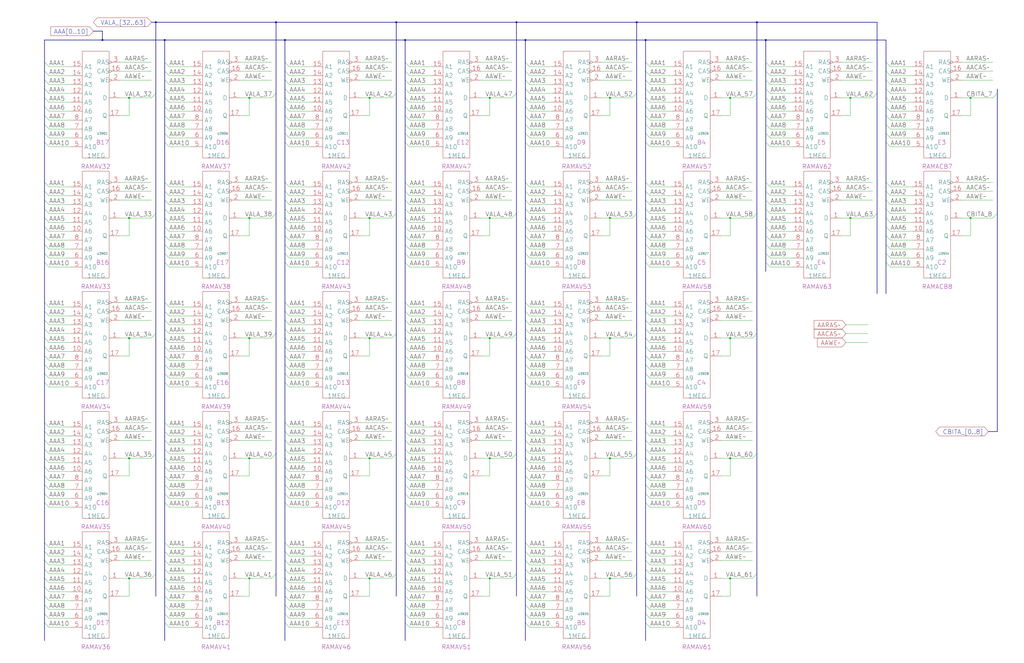
<source format=kicad_sch>
(kicad_sch (version 20250114) (generator "eeschema") (generator_version "9.0")
  (paper "User" 584.2 378.46)
  (title_block (title "PLANEA DYNAMIC RAMS\\nVAL BITS 32 - 63\\nCHECK BITS 7 - 8") (date "08-MAR-90") (rev "0.0") (comment 1 "MEM32 BOARD") (comment 2 "232-003066") (comment 3 "S400") (comment 4 "RELEASED"))
  (junction (at 279.4 261.62))
  (junction (at 142.24 55.88))
  (junction (at 294.64 12.7))
  (junction (at 226.06 12.7))
  (junction (at 347.98 124.46))
  (junction (at 210.82 261.62))
  (junction (at 73.66 124.46))
  (junction (at 210.82 330.2))
  (junction (at 347.98 55.88))
  (junction (at 73.66 330.2))
  (junction (at 416.56 193.04))
  (junction (at 73.66 261.62))
  (junction (at 162.56 22.86))
  (junction (at 157.48 12.7))
  (junction (at 368.3 22.86))
  (junction (at 416.56 261.62))
  (junction (at 553.72 124.46))
  (junction (at 142.24 261.62))
  (junction (at 142.24 193.04))
  (junction (at 73.66 193.04))
  (junction (at 88.9 12.7))
  (junction (at 142.24 330.2))
  (junction (at 431.8 12.7))
  (junction (at 279.4 330.2))
  (junction (at 142.24 124.46))
  (junction (at 553.72 55.88))
  (junction (at 347.98 330.2))
  (junction (at 416.56 124.46))
  (junction (at 347.98 193.04))
  (junction (at 279.4 55.88))
  (junction (at 436.88 22.86))
  (junction (at 347.98 261.62))
  (junction (at 363.22 12.7))
  (junction (at 416.56 55.88))
  (junction (at 485.14 55.88))
  (junction (at 93.98 22.86))
  (junction (at 210.82 193.04))
  (junction (at 73.66 55.88))
  (junction (at 279.4 124.46))
  (junction (at 279.4 193.04))
  (junction (at 210.82 124.46))
  (junction (at 231.14 22.86))
  (junction (at 485.14 124.46))
  (junction (at 210.82 55.88))
  (junction (at 58.42 22.86))
  (junction (at 416.56 330.2))
  (junction (at 299.72 22.86))
  (bus_entry (at 363.22 53.34) (size -2.54 2.54))
  (bus_entry (at 299.72 71.12) (size 2.54 2.54))
  (bus_entry (at 25.4 55.88) (size 2.54 2.54))
  (bus_entry (at 93.98 104.14) (size 2.54 2.54))
  (bus_entry (at 162.56 76.2) (size 2.54 2.54))
  (bus_entry (at 25.4 251.46) (size 2.54 2.54))
  (bus_entry (at 162.56 172.72) (size 2.54 2.54))
  (bus_entry (at 25.4 350.52) (size 2.54 2.54))
  (bus_entry (at 436.88 35.56) (size 2.54 2.54))
  (bus_entry (at 93.98 251.46) (size 2.54 2.54))
  (bus_entry (at 93.98 335.28) (size 2.54 2.54))
  (bus_entry (at 368.3 50.8) (size 2.54 2.54))
  (bus_entry (at 368.3 134.62) (size 2.54 2.54))
  (bus_entry (at 368.3 81.28) (size 2.54 2.54))
  (bus_entry (at 88.9 121.92) (size -2.54 2.54))
  (bus_entry (at 25.4 256.54) (size 2.54 2.54))
  (bus_entry (at 436.88 104.14) (size 2.54 2.54))
  (bus_entry (at 431.8 190.5) (size -2.54 2.54))
  (bus_entry (at 368.3 149.86) (size 2.54 2.54))
  (bus_entry (at 568.96 121.92) (size -2.54 2.54))
  (bus_entry (at 25.4 345.44) (size 2.54 2.54))
  (bus_entry (at 231.14 330.2) (size 2.54 2.54))
  (bus_entry (at 505.46 50.8) (size 2.54 2.54))
  (bus_entry (at 368.3 246.38) (size 2.54 2.54))
  (bus_entry (at 162.56 134.62) (size 2.54 2.54))
  (bus_entry (at 93.98 139.7) (size 2.54 2.54))
  (bus_entry (at 299.72 139.7) (size 2.54 2.54))
  (bus_entry (at 299.72 40.64) (size 2.54 2.54))
  (bus_entry (at 368.3 55.88) (size 2.54 2.54))
  (bus_entry (at 93.98 60.96) (size 2.54 2.54))
  (bus_entry (at 231.14 71.12) (size 2.54 2.54))
  (bus_entry (at 299.72 281.94) (size 2.54 2.54))
  (bus_entry (at 25.4 144.78) (size 2.54 2.54))
  (bus_entry (at 226.06 190.5) (size -2.54 2.54))
  (bus_entry (at 162.56 144.78) (size 2.54 2.54))
  (bus_entry (at 294.64 190.5) (size -2.54 2.54))
  (bus_entry (at 162.56 241.3) (size 2.54 2.54))
  (bus_entry (at 299.72 208.28) (size 2.54 2.54))
  (bus_entry (at 162.56 203.2) (size 2.54 2.54))
  (bus_entry (at 25.4 40.64) (size 2.54 2.54))
  (bus_entry (at 162.56 355.6) (size 2.54 2.54))
  (bus_entry (at 93.98 45.72) (size 2.54 2.54))
  (bus_entry (at 368.3 119.38) (size 2.54 2.54))
  (bus_entry (at 162.56 81.28) (size 2.54 2.54))
  (bus_entry (at 93.98 187.96) (size 2.54 2.54))
  (bus_entry (at 368.3 104.14) (size 2.54 2.54))
  (bus_entry (at 162.56 256.54) (size 2.54 2.54))
  (bus_entry (at 231.14 40.64) (size 2.54 2.54))
  (bus_entry (at 436.88 81.28) (size 2.54 2.54))
  (bus_entry (at 505.46 124.46) (size 2.54 2.54))
  (bus_entry (at 431.8 327.66) (size -2.54 2.54))
  (bus_entry (at 299.72 335.28) (size 2.54 2.54))
  (bus_entry (at 93.98 246.38) (size 2.54 2.54))
  (bus_entry (at 162.56 208.28) (size 2.54 2.54))
  (bus_entry (at 25.4 71.12) (size 2.54 2.54))
  (bus_entry (at 162.56 276.86) (size 2.54 2.54))
  (bus_entry (at 25.4 198.12) (size 2.54 2.54))
  (bus_entry (at 299.72 198.12) (size 2.54 2.54))
  (bus_entry (at 231.14 177.8) (size 2.54 2.54))
  (bus_entry (at 231.14 241.3) (size 2.54 2.54))
  (bus_entry (at 431.8 121.92) (size -2.54 2.54))
  (bus_entry (at 25.4 208.28) (size 2.54 2.54))
  (bus_entry (at 231.14 350.52) (size 2.54 2.54))
  (bus_entry (at 231.14 109.22) (size 2.54 2.54))
  (bus_entry (at 162.56 114.3) (size 2.54 2.54))
  (bus_entry (at 368.3 71.12) (size 2.54 2.54))
  (bus_entry (at 88.9 259.08) (size -2.54 2.54))
  (bus_entry (at 157.48 327.66) (size -2.54 2.54))
  (bus_entry (at 25.4 355.6) (size 2.54 2.54))
  (bus_entry (at 368.3 287.02) (size 2.54 2.54))
  (bus_entry (at 25.4 340.36) (size 2.54 2.54))
  (bus_entry (at 436.88 71.12) (size 2.54 2.54))
  (bus_entry (at 231.14 345.44) (size 2.54 2.54))
  (bus_entry (at 25.4 203.2) (size 2.54 2.54))
  (bus_entry (at 505.46 45.72) (size 2.54 2.54))
  (bus_entry (at 93.98 256.54) (size 2.54 2.54))
  (bus_entry (at 299.72 187.96) (size 2.54 2.54))
  (bus_entry (at 436.88 55.88) (size 2.54 2.54))
  (bus_entry (at 368.3 208.28) (size 2.54 2.54))
  (bus_entry (at 25.4 104.14) (size 2.54 2.54))
  (bus_entry (at 25.4 66.04) (size 2.54 2.54))
  (bus_entry (at 93.98 320.04) (size 2.54 2.54))
  (bus_entry (at 505.46 71.12) (size 2.54 2.54))
  (bus_entry (at 568.96 53.34) (size -2.54 2.54))
  (bus_entry (at 368.3 314.96) (size 2.54 2.54))
  (bus_entry (at 231.14 335.28) (size 2.54 2.54))
  (bus_entry (at 226.06 327.66) (size -2.54 2.54))
  (bus_entry (at 231.14 60.96) (size 2.54 2.54))
  (bus_entry (at 162.56 182.88) (size 2.54 2.54))
  (bus_entry (at 368.3 60.96) (size 2.54 2.54))
  (bus_entry (at 299.72 55.88) (size 2.54 2.54))
  (bus_entry (at 231.14 119.38) (size 2.54 2.54))
  (bus_entry (at 162.56 350.52) (size 2.54 2.54))
  (bus_entry (at 25.4 114.3) (size 2.54 2.54))
  (bus_entry (at 162.56 345.44) (size 2.54 2.54))
  (bus_entry (at 162.56 35.56) (size 2.54 2.54))
  (bus_entry (at 231.14 208.28) (size 2.54 2.54))
  (bus_entry (at 231.14 55.88) (size 2.54 2.54))
  (bus_entry (at 93.98 177.8) (size 2.54 2.54))
  (bus_entry (at 231.14 172.72) (size 2.54 2.54))
  (bus_entry (at 231.14 149.86) (size 2.54 2.54))
  (bus_entry (at 299.72 218.44) (size 2.54 2.54))
  (bus_entry (at 93.98 149.86) (size 2.54 2.54))
  (bus_entry (at 299.72 149.86) (size 2.54 2.54))
  (bus_entry (at 231.14 139.7) (size 2.54 2.54))
  (bus_entry (at 436.88 149.86) (size 2.54 2.54))
  (bus_entry (at 88.9 53.34) (size -2.54 2.54))
  (bus_entry (at 231.14 129.54) (size 2.54 2.54))
  (bus_entry (at 505.46 129.54) (size 2.54 2.54))
  (bus_entry (at 25.4 182.88) (size 2.54 2.54))
  (bus_entry (at 505.46 144.78) (size 2.54 2.54))
  (bus_entry (at 25.4 187.96) (size 2.54 2.54))
  (bus_entry (at 157.48 259.08) (size -2.54 2.54))
  (bus_entry (at 231.14 124.46) (size 2.54 2.54))
  (bus_entry (at 294.64 53.34) (size -2.54 2.54))
  (bus_entry (at 299.72 314.96) (size 2.54 2.54))
  (bus_entry (at 299.72 144.78) (size 2.54 2.54))
  (bus_entry (at 368.3 172.72) (size 2.54 2.54))
  (bus_entry (at 436.88 45.72) (size 2.54 2.54))
  (bus_entry (at 368.3 241.3) (size 2.54 2.54))
  (bus_entry (at 368.3 320.04) (size 2.54 2.54))
  (bus_entry (at 93.98 81.28) (size 2.54 2.54))
  (bus_entry (at 299.72 251.46) (size 2.54 2.54))
  (bus_entry (at 368.3 40.64) (size 2.54 2.54))
  (bus_entry (at 368.3 177.8) (size 2.54 2.54))
  (bus_entry (at 25.4 172.72) (size 2.54 2.54))
  (bus_entry (at 368.3 129.54) (size 2.54 2.54))
  (bus_entry (at 231.14 76.2) (size 2.54 2.54))
  (bus_entry (at 162.56 261.62) (size 2.54 2.54))
  (bus_entry (at 162.56 129.54) (size 2.54 2.54))
  (bus_entry (at 93.98 325.12) (size 2.54 2.54))
  (bus_entry (at 157.48 53.34) (size -2.54 2.54))
  (bus_entry (at 25.4 124.46) (size 2.54 2.54))
  (bus_entry (at 93.98 213.36) (size 2.54 2.54))
  (bus_entry (at 162.56 330.2) (size 2.54 2.54))
  (bus_entry (at 505.46 119.38) (size 2.54 2.54))
  (bus_entry (at 93.98 350.52) (size 2.54 2.54))
  (bus_entry (at 93.98 129.54) (size 2.54 2.54))
  (bus_entry (at 93.98 340.36) (size 2.54 2.54))
  (bus_entry (at 299.72 309.88) (size 2.54 2.54))
  (bus_entry (at 162.56 71.12) (size 2.54 2.54))
  (bus_entry (at 231.14 104.14) (size 2.54 2.54))
  (bus_entry (at 368.3 144.78) (size 2.54 2.54))
  (bus_entry (at 93.98 71.12) (size 2.54 2.54))
  (bus_entry (at 25.4 261.62) (size 2.54 2.54))
  (bus_entry (at 93.98 203.2) (size 2.54 2.54))
  (bus_entry (at 93.98 309.88) (size 2.54 2.54))
  (bus_entry (at 299.72 340.36) (size 2.54 2.54))
  (bus_entry (at 25.4 218.44) (size 2.54 2.54))
  (bus_entry (at 25.4 129.54) (size 2.54 2.54))
  (bus_entry (at 231.14 182.88) (size 2.54 2.54))
  (bus_entry (at 299.72 172.72) (size 2.54 2.54))
  (bus_entry (at 162.56 251.46) (size 2.54 2.54))
  (bus_entry (at 25.4 287.02) (size 2.54 2.54))
  (bus_entry (at 93.98 144.78) (size 2.54 2.54))
  (bus_entry (at 25.4 60.96) (size 2.54 2.54))
  (bus_entry (at 226.06 121.92) (size -2.54 2.54))
  (bus_entry (at 294.64 327.66) (size -2.54 2.54))
  (bus_entry (at 25.4 35.56) (size 2.54 2.54))
  (bus_entry (at 368.3 198.12) (size 2.54 2.54))
  (bus_entry (at 299.72 213.36) (size 2.54 2.54))
  (bus_entry (at 231.14 187.96) (size 2.54 2.54))
  (bus_entry (at 368.3 281.94) (size 2.54 2.54))
  (bus_entry (at 162.56 50.8) (size 2.54 2.54))
  (bus_entry (at 25.4 246.38) (size 2.54 2.54))
  (bus_entry (at 368.3 325.12) (size 2.54 2.54))
  (bus_entry (at 93.98 40.64) (size 2.54 2.54))
  (bus_entry (at 436.88 66.04) (size 2.54 2.54))
  (bus_entry (at 93.98 330.2) (size 2.54 2.54))
  (bus_entry (at 25.4 50.8) (size 2.54 2.54))
  (bus_entry (at 299.72 330.2) (size 2.54 2.54))
  (bus_entry (at 25.4 76.2) (size 2.54 2.54))
  (bus_entry (at 25.4 45.72) (size 2.54 2.54))
  (bus_entry (at 162.56 55.88) (size 2.54 2.54))
  (bus_entry (at 93.98 66.04) (size 2.54 2.54))
  (bus_entry (at 436.88 119.38) (size 2.54 2.54))
  (bus_entry (at 299.72 203.2) (size 2.54 2.54))
  (bus_entry (at 162.56 218.44) (size 2.54 2.54))
  (bus_entry (at 436.88 124.46) (size 2.54 2.54))
  (bus_entry (at 299.72 325.12) (size 2.54 2.54))
  (bus_entry (at 226.06 53.34) (size -2.54 2.54))
  (bus_entry (at 299.72 124.46) (size 2.54 2.54))
  (bus_entry (at 299.72 76.2) (size 2.54 2.54))
  (bus_entry (at 25.4 134.62) (size 2.54 2.54))
  (bus_entry (at 93.98 355.6) (size 2.54 2.54))
  (bus_entry (at 299.72 177.8) (size 2.54 2.54))
  (bus_entry (at 368.3 335.28) (size 2.54 2.54))
  (bus_entry (at 231.14 66.04) (size 2.54 2.54))
  (bus_entry (at 299.72 35.56) (size 2.54 2.54))
  (bus_entry (at 299.72 119.38) (size 2.54 2.54))
  (bus_entry (at 231.14 218.44) (size 2.54 2.54))
  (bus_entry (at 93.98 276.86) (size 2.54 2.54))
  (bus_entry (at 162.56 287.02) (size 2.54 2.54))
  (bus_entry (at 368.3 271.78) (size 2.54 2.54))
  (bus_entry (at 368.3 139.7) (size 2.54 2.54))
  (bus_entry (at 368.3 309.88) (size 2.54 2.54))
  (bus_entry (at 25.4 330.2) (size 2.54 2.54))
  (bus_entry (at 436.88 114.3) (size 2.54 2.54))
  (bus_entry (at 162.56 281.94) (size 2.54 2.54))
  (bus_entry (at 299.72 193.04) (size 2.54 2.54))
  (bus_entry (at 162.56 193.04) (size 2.54 2.54))
  (bus_entry (at 93.98 134.62) (size 2.54 2.54))
  (bus_entry (at 231.14 261.62) (size 2.54 2.54))
  (bus_entry (at 231.14 81.28) (size 2.54 2.54))
  (bus_entry (at 231.14 50.8) (size 2.54 2.54))
  (bus_entry (at 368.3 203.2) (size 2.54 2.54))
  (bus_entry (at 231.14 198.12) (size 2.54 2.54))
  (bus_entry (at 25.4 276.86) (size 2.54 2.54))
  (bus_entry (at 157.48 121.92) (size -2.54 2.54))
  (bus_entry (at 93.98 109.22) (size 2.54 2.54))
  (bus_entry (at 299.72 60.96) (size 2.54 2.54))
  (bus_entry (at 231.14 355.6) (size 2.54 2.54))
  (bus_entry (at 162.56 309.88) (size 2.54 2.54))
  (bus_entry (at 299.72 256.54) (size 2.54 2.54))
  (bus_entry (at 231.14 314.96) (size 2.54 2.54))
  (bus_entry (at 299.72 45.72) (size 2.54 2.54))
  (bus_entry (at 93.98 208.28) (size 2.54 2.54))
  (bus_entry (at 436.88 60.96) (size 2.54 2.54))
  (bus_entry (at 93.98 314.96) (size 2.54 2.54))
  (bus_entry (at 93.98 287.02) (size 2.54 2.54))
  (bus_entry (at 505.46 134.62) (size 2.54 2.54))
  (bus_entry (at 231.14 134.62) (size 2.54 2.54))
  (bus_entry (at 25.4 335.28) (size 2.54 2.54))
  (bus_entry (at 368.3 187.96) (size 2.54 2.54))
  (bus_entry (at 162.56 66.04) (size 2.54 2.54))
  (bus_entry (at 368.3 330.2) (size 2.54 2.54))
  (bus_entry (at 505.46 104.14) (size 2.54 2.54))
  (bus_entry (at 505.46 35.56) (size 2.54 2.54))
  (bus_entry (at 368.3 218.44) (size 2.54 2.54))
  (bus_entry (at 505.46 81.28) (size 2.54 2.54))
  (bus_entry (at 162.56 124.46) (size 2.54 2.54))
  (bus_entry (at 231.14 271.78) (size 2.54 2.54))
  (bus_entry (at 231.14 256.54) (size 2.54 2.54))
  (bus_entry (at 299.72 134.62) (size 2.54 2.54))
  (bus_entry (at 505.46 66.04) (size 2.54 2.54))
  (bus_entry (at 368.3 66.04) (size 2.54 2.54))
  (bus_entry (at 93.98 119.38) (size 2.54 2.54))
  (bus_entry (at 93.98 182.88) (size 2.54 2.54))
  (bus_entry (at 162.56 139.7) (size 2.54 2.54))
  (bus_entry (at 162.56 325.12) (size 2.54 2.54))
  (bus_entry (at 93.98 55.88) (size 2.54 2.54))
  (bus_entry (at 25.4 119.38) (size 2.54 2.54))
  (bus_entry (at 93.98 198.12) (size 2.54 2.54))
  (bus_entry (at 231.14 325.12) (size 2.54 2.54))
  (bus_entry (at 299.72 129.54) (size 2.54 2.54))
  (bus_entry (at 368.3 345.44) (size 2.54 2.54))
  (bus_entry (at 431.8 259.08) (size -2.54 2.54))
  (bus_entry (at 88.9 327.66) (size -2.54 2.54))
  (bus_entry (at 436.88 40.64) (size 2.54 2.54))
  (bus_entry (at 363.22 259.08) (size -2.54 2.54))
  (bus_entry (at 162.56 149.86) (size 2.54 2.54))
  (bus_entry (at 93.98 50.8) (size 2.54 2.54))
  (bus_entry (at 505.46 114.3) (size 2.54 2.54))
  (bus_entry (at 93.98 271.78) (size 2.54 2.54))
  (bus_entry (at 299.72 246.38) (size 2.54 2.54))
  (bus_entry (at 93.98 345.44) (size 2.54 2.54))
  (bus_entry (at 162.56 320.04) (size 2.54 2.54))
  (bus_entry (at 505.46 40.64) (size 2.54 2.54))
  (bus_entry (at 368.3 256.54) (size 2.54 2.54))
  (bus_entry (at 162.56 266.7) (size 2.54 2.54))
  (bus_entry (at 299.72 81.28) (size 2.54 2.54))
  (bus_entry (at 25.4 81.28) (size 2.54 2.54))
  (bus_entry (at 368.3 213.36) (size 2.54 2.54))
  (bus_entry (at 436.88 129.54) (size 2.54 2.54))
  (bus_entry (at 25.4 213.36) (size 2.54 2.54))
  (bus_entry (at 368.3 276.86) (size 2.54 2.54))
  (bus_entry (at 25.4 193.04) (size 2.54 2.54))
  (bus_entry (at 368.3 251.46) (size 2.54 2.54))
  (bus_entry (at 500.38 53.34) (size -2.54 2.54))
  (bus_entry (at 231.14 144.78) (size 2.54 2.54))
  (bus_entry (at 93.98 266.7) (size 2.54 2.54))
  (bus_entry (at 25.4 320.04) (size 2.54 2.54))
  (bus_entry (at 299.72 182.88) (size 2.54 2.54))
  (bus_entry (at 231.14 276.86) (size 2.54 2.54))
  (bus_entry (at 436.88 109.22) (size 2.54 2.54))
  (bus_entry (at 363.22 190.5) (size -2.54 2.54))
  (bus_entry (at 505.46 139.7) (size 2.54 2.54))
  (bus_entry (at 368.3 350.52) (size 2.54 2.54))
  (bus_entry (at 436.88 134.62) (size 2.54 2.54))
  (bus_entry (at 436.88 76.2) (size 2.54 2.54))
  (bus_entry (at 93.98 241.3) (size 2.54 2.54))
  (bus_entry (at 363.22 121.92) (size -2.54 2.54))
  (bus_entry (at 368.3 114.3) (size 2.54 2.54))
  (bus_entry (at 299.72 114.3) (size 2.54 2.54))
  (bus_entry (at 299.72 66.04) (size 2.54 2.54))
  (bus_entry (at 299.72 241.3) (size 2.54 2.54))
  (bus_entry (at 25.4 149.86) (size 2.54 2.54))
  (bus_entry (at 294.64 121.92) (size -2.54 2.54))
  (bus_entry (at 162.56 109.22) (size 2.54 2.54))
  (bus_entry (at 25.4 139.7) (size 2.54 2.54))
  (bus_entry (at 363.22 327.66) (size -2.54 2.54))
  (bus_entry (at 162.56 177.8) (size 2.54 2.54))
  (bus_entry (at 231.14 213.36) (size 2.54 2.54))
  (bus_entry (at 231.14 281.94) (size 2.54 2.54))
  (bus_entry (at 231.14 35.56) (size 2.54 2.54))
  (bus_entry (at 93.98 114.3) (size 2.54 2.54))
  (bus_entry (at 368.3 355.6) (size 2.54 2.54))
  (bus_entry (at 157.48 190.5) (size -2.54 2.54))
  (bus_entry (at 368.3 45.72) (size 2.54 2.54))
  (bus_entry (at 231.14 287.02) (size 2.54 2.54))
  (bus_entry (at 368.3 35.56) (size 2.54 2.54))
  (bus_entry (at 25.4 309.88) (size 2.54 2.54))
  (bus_entry (at 162.56 246.38) (size 2.54 2.54))
  (bus_entry (at 25.4 325.12) (size 2.54 2.54))
  (bus_entry (at 299.72 104.14) (size 2.54 2.54))
  (bus_entry (at 93.98 124.46) (size 2.54 2.54))
  (bus_entry (at 299.72 320.04) (size 2.54 2.54))
  (bus_entry (at 299.72 266.7) (size 2.54 2.54))
  (bus_entry (at 505.46 149.86) (size 2.54 2.54))
  (bus_entry (at 25.4 266.7) (size 2.54 2.54))
  (bus_entry (at 368.3 76.2) (size 2.54 2.54))
  (bus_entry (at 25.4 271.78) (size 2.54 2.54))
  (bus_entry (at 162.56 271.78) (size 2.54 2.54))
  (bus_entry (at 299.72 261.62) (size 2.54 2.54))
  (bus_entry (at 231.14 251.46) (size 2.54 2.54))
  (bus_entry (at 25.4 241.3) (size 2.54 2.54))
  (bus_entry (at 368.3 266.7) (size 2.54 2.54))
  (bus_entry (at 162.56 335.28) (size 2.54 2.54))
  (bus_entry (at 299.72 271.78) (size 2.54 2.54))
  (bus_entry (at 162.56 187.96) (size 2.54 2.54))
  (bus_entry (at 294.64 259.08) (size -2.54 2.54))
  (bus_entry (at 231.14 320.04) (size 2.54 2.54))
  (bus_entry (at 25.4 109.22) (size 2.54 2.54))
  (bus_entry (at 231.14 340.36) (size 2.54 2.54))
  (bus_entry (at 226.06 259.08) (size -2.54 2.54))
  (bus_entry (at 162.56 60.96) (size 2.54 2.54))
  (bus_entry (at 162.56 40.64) (size 2.54 2.54))
  (bus_entry (at 231.14 114.3) (size 2.54 2.54))
  (bus_entry (at 505.46 109.22) (size 2.54 2.54))
  (bus_entry (at 431.8 53.34) (size -2.54 2.54))
  (bus_entry (at 368.3 109.22) (size 2.54 2.54))
  (bus_entry (at 162.56 314.96) (size 2.54 2.54))
  (bus_entry (at 368.3 182.88) (size 2.54 2.54))
  (bus_entry (at 299.72 109.22) (size 2.54 2.54))
  (bus_entry (at 93.98 281.94) (size 2.54 2.54))
  (bus_entry (at 299.72 287.02) (size 2.54 2.54))
  (bus_entry (at 25.4 281.94) (size 2.54 2.54))
  (bus_entry (at 436.88 139.7) (size 2.54 2.54))
  (bus_entry (at 299.72 50.8) (size 2.54 2.54))
  (bus_entry (at 500.38 121.92) (size -2.54 2.54))
  (bus_entry (at 162.56 104.14) (size 2.54 2.54))
  (bus_entry (at 299.72 345.44) (size 2.54 2.54))
  (bus_entry (at 231.14 45.72) (size 2.54 2.54))
  (bus_entry (at 93.98 193.04) (size 2.54 2.54))
  (bus_entry (at 231.14 266.7) (size 2.54 2.54))
  (bus_entry (at 368.3 340.36) (size 2.54 2.54))
  (bus_entry (at 93.98 76.2) (size 2.54 2.54))
  (bus_entry (at 299.72 350.52) (size 2.54 2.54))
  (bus_entry (at 162.56 213.36) (size 2.54 2.54))
  (bus_entry (at 505.46 55.88) (size 2.54 2.54))
  (bus_entry (at 436.88 50.8) (size 2.54 2.54))
  (bus_entry (at 93.98 35.56) (size 2.54 2.54))
  (bus_entry (at 162.56 340.36) (size 2.54 2.54))
  (bus_entry (at 25.4 177.8) (size 2.54 2.54))
  (bus_entry (at 299.72 355.6) (size 2.54 2.54))
  (bus_entry (at 436.88 144.78) (size 2.54 2.54))
  (bus_entry (at 231.14 246.38) (size 2.54 2.54))
  (bus_entry (at 162.56 119.38) (size 2.54 2.54))
  (bus_entry (at 231.14 203.2) (size 2.54 2.54))
  (bus_entry (at 505.46 76.2) (size 2.54 2.54))
  (bus_entry (at 231.14 193.04) (size 2.54 2.54))
  (bus_entry (at 231.14 309.88) (size 2.54 2.54))
  (bus_entry (at 88.9 190.5) (size -2.54 2.54))
  (bus_entry (at 93.98 261.62) (size 2.54 2.54))
  (bus_entry (at 368.3 193.04) (size 2.54 2.54))
  (bus_entry (at 93.98 172.72) (size 2.54 2.54))
  (bus_entry (at 368.3 124.46) (size 2.54 2.54))
  (bus_entry (at 93.98 218.44) (size 2.54 2.54))
  (bus_entry (at 368.3 261.62) (size 2.54 2.54))
  (bus_entry (at 25.4 314.96) (size 2.54 2.54))
  (bus_entry (at 505.46 60.96) (size 2.54 2.54))
  (bus_entry (at 299.72 276.86) (size 2.54 2.54))
  (bus_entry (at 162.56 45.72) (size 2.54 2.54))
  (bus_entry (at 162.56 198.12) (size 2.54 2.54))
  (wire (pts (xy 27.94 106.68) (xy 40.64 106.68)))
  (bus (pts (xy 368.3 271.78) (xy 368.3 276.86)))
  (wire (pts (xy 68.58 203.2) (xy 73.66 203.2)))
  (wire (pts (xy 370.84 106.68) (xy 383.54 106.68)))
  (bus (pts (xy 368.3 340.36) (xy 368.3 345.44)))
  (wire (pts (xy 205.74 251.46) (xy 223.52 251.46)))
  (wire (pts (xy 279.4 193.04) (xy 292.1 193.04)))
  (wire (pts (xy 233.68 327.66) (xy 246.38 327.66)))
  (bus (pts (xy 505.46 134.62) (xy 505.46 139.7)))
  (bus (pts (xy 25.4 114.3) (xy 25.4 119.38)))
  (wire (pts (xy 302.26 264.16) (xy 314.96 264.16)))
  (wire (pts (xy 27.94 116.84) (xy 40.64 116.84)))
  (bus (pts (xy 231.14 198.12) (xy 231.14 203.2)))
  (wire (pts (xy 142.24 271.78) (xy 142.24 261.62)))
  (bus (pts (xy 162.56 287.02) (xy 162.56 309.88)))
  (wire (pts (xy 439.42 68.58) (xy 452.12 68.58)))
  (wire (pts (xy 548.64 134.62) (xy 553.72 134.62)))
  (wire (pts (xy 508 152.4) (xy 520.7 152.4)))
  (wire (pts (xy 274.32 40.64) (xy 292.1 40.64)))
  (wire (pts (xy 411.48 35.56) (xy 429.26 35.56)))
  (wire (pts (xy 27.94 83.82) (xy 40.64 83.82)))
  (bus (pts (xy 299.72 325.12) (xy 299.72 330.2)))
  (wire (pts (xy 342.9 40.64) (xy 360.68 40.64)))
  (bus (pts (xy 368.3 256.54) (xy 368.3 261.62)))
  (wire (pts (xy 302.26 312.42) (xy 314.96 312.42)))
  (bus (pts (xy 25.4 35.56) (xy 25.4 40.64)))
  (wire (pts (xy 165.1 353.06) (xy 177.8 353.06)))
  (bus (pts (xy 25.4 182.88) (xy 25.4 187.96)))
  (bus (pts (xy 363.22 12.7) (xy 363.22 53.34)))
  (wire (pts (xy 553.72 134.62) (xy 553.72 124.46)))
  (bus (pts (xy 162.56 218.44) (xy 162.56 241.3)))
  (wire (pts (xy 68.58 40.64) (xy 86.36 40.64)))
  (wire (pts (xy 233.68 147.32) (xy 246.38 147.32)))
  (wire (pts (xy 508 116.84) (xy 520.7 116.84)))
  (bus (pts (xy 93.98 81.28) (xy 93.98 104.14)))
  (wire (pts (xy 205.74 40.64) (xy 223.52 40.64)))
  (wire (pts (xy 302.26 284.48) (xy 314.96 284.48)))
  (bus (pts (xy 363.22 190.5) (xy 363.22 259.08)))
  (wire (pts (xy 274.32 55.88) (xy 279.4 55.88)))
  (bus (pts (xy 25.4 350.52) (xy 25.4 355.6)))
  (wire (pts (xy 96.52 264.16) (xy 109.22 264.16)))
  (wire (pts (xy 411.48 40.64) (xy 429.26 40.64)))
  (wire (pts (xy 485.14 134.62) (xy 485.14 124.46)))
  (wire (pts (xy 233.68 58.42) (xy 246.38 58.42)))
  (bus (pts (xy 231.14 309.88) (xy 231.14 314.96)))
  (wire (pts (xy 342.9 314.96) (xy 360.68 314.96)))
  (wire (pts (xy 411.48 309.88) (xy 429.26 309.88)))
  (wire (pts (xy 302.26 121.92) (xy 314.96 121.92)))
  (wire (pts (xy 137.16 45.72) (xy 154.94 45.72)))
  (bus (pts (xy 299.72 35.56) (xy 299.72 40.64)))
  (bus (pts (xy 299.72 246.38) (xy 299.72 251.46)))
  (wire (pts (xy 137.16 314.96) (xy 154.94 314.96)))
  (bus (pts (xy 231.14 114.3) (xy 231.14 119.38)))
  (wire (pts (xy 27.94 152.4) (xy 40.64 152.4)))
  (bus (pts (xy 162.56 330.2) (xy 162.56 335.28)))
  (wire (pts (xy 416.56 66.04) (xy 416.56 55.88)))
  (wire (pts (xy 370.84 73.66) (xy 383.54 73.66)))
  (bus (pts (xy 368.3 114.3) (xy 368.3 119.38)))
  (wire (pts (xy 165.1 248.92) (xy 177.8 248.92)))
  (bus (pts (xy 231.14 76.2) (xy 231.14 81.28)))
  (wire (pts (xy 302.26 353.06) (xy 314.96 353.06)))
  (bus (pts (xy 500.38 53.34) (xy 500.38 121.92)))
  (bus (pts (xy 93.98 276.86) (xy 93.98 281.94)))
  (bus (pts (xy 88.9 259.08) (xy 88.9 327.66)))
  (wire (pts (xy 27.94 284.48) (xy 40.64 284.48)))
  (bus (pts (xy 25.4 218.44) (xy 25.4 241.3)))
  (wire (pts (xy 137.16 172.72) (xy 154.94 172.72)))
  (wire (pts (xy 205.74 35.56) (xy 223.52 35.56)))
  (wire (pts (xy 137.16 193.04) (xy 142.24 193.04)))
  (bus (pts (xy 93.98 261.62) (xy 93.98 266.7)))
  (wire (pts (xy 165.1 337.82) (xy 177.8 337.82)))
  (wire (pts (xy 73.66 271.78) (xy 73.66 261.62)))
  (wire (pts (xy 205.74 241.3) (xy 223.52 241.3)))
  (wire (pts (xy 508 63.5) (xy 520.7 63.5)))
  (bus (pts (xy 231.14 50.8) (xy 231.14 55.88)))
  (bus (pts (xy 299.72 172.72) (xy 299.72 177.8)))
  (bus (pts (xy 162.56 213.36) (xy 162.56 218.44)))
  (wire (pts (xy 27.94 38.1) (xy 40.64 38.1)))
  (bus (pts (xy 368.3 50.8) (xy 368.3 55.88)))
  (bus (pts (xy 162.56 139.7) (xy 162.56 144.78)))
  (bus (pts (xy 299.72 119.38) (xy 299.72 124.46)))
  (wire (pts (xy 347.98 124.46) (xy 360.68 124.46)))
  (bus (pts (xy 93.98 340.36) (xy 93.98 345.44)))
  (wire (pts (xy 96.52 347.98) (xy 109.22 347.98)))
  (wire (pts (xy 27.94 358.14) (xy 40.64 358.14)))
  (wire (pts (xy 233.68 332.74) (xy 246.38 332.74)))
  (wire (pts (xy 210.82 340.36) (xy 210.82 330.2)))
  (bus (pts (xy 436.88 22.86) (xy 505.46 22.86)))
  (bus (pts (xy 162.56 208.28) (xy 162.56 213.36)))
  (wire (pts (xy 73.66 330.2) (xy 86.36 330.2)))
  (wire (pts (xy 508 48.26) (xy 520.7 48.26)))
  (bus (pts (xy 231.14 251.46) (xy 231.14 256.54)))
  (bus (pts (xy 505.46 50.8) (xy 505.46 55.88)))
  (wire (pts (xy 165.1 264.16) (xy 177.8 264.16)))
  (bus (pts (xy 231.14 208.28) (xy 231.14 213.36)))
  (bus (pts (xy 299.72 144.78) (xy 299.72 149.86)))
  (bus (pts (xy 368.3 124.46) (xy 368.3 129.54)))
  (wire (pts (xy 302.26 63.5) (xy 314.96 63.5)))
  (bus (pts (xy 93.98 287.02) (xy 93.98 309.88)))
  (wire (pts (xy 165.1 180.34) (xy 177.8 180.34)))
  (bus (pts (xy 93.98 50.8) (xy 93.98 55.88)))
  (wire (pts (xy 274.32 109.22) (xy 292.1 109.22)))
  (wire (pts (xy 370.84 347.98) (xy 383.54 347.98)))
  (wire (pts (xy 96.52 48.26) (xy 109.22 48.26)))
  (wire (pts (xy 416.56 55.88) (xy 429.26 55.88)))
  (wire (pts (xy 274.32 203.2) (xy 279.4 203.2)))
  (wire (pts (xy 439.42 83.82) (xy 452.12 83.82)))
  (wire (pts (xy 27.94 347.98) (xy 40.64 347.98)))
  (wire (pts (xy 233.68 322.58) (xy 246.38 322.58)))
  (wire (pts (xy 347.98 193.04) (xy 360.68 193.04)))
  (wire (pts (xy 68.58 35.56) (xy 86.36 35.56)))
  (wire (pts (xy 274.32 314.96) (xy 292.1 314.96)))
  (wire (pts (xy 137.16 182.88) (xy 154.94 182.88)))
  (bus (pts (xy 436.88 71.12) (xy 436.88 76.2)))
  (bus (pts (xy 505.46 71.12) (xy 505.46 76.2)))
  (bus (pts (xy 25.4 213.36) (xy 25.4 218.44)))
  (bus (pts (xy 436.88 124.46) (xy 436.88 129.54)))
  (wire (pts (xy 302.26 53.34) (xy 314.96 53.34)))
  (wire (pts (xy 302.26 48.26) (xy 314.96 48.26)))
  (bus (pts (xy 93.98 213.36) (xy 93.98 218.44)))
  (wire (pts (xy 233.68 121.92) (xy 246.38 121.92)))
  (wire (pts (xy 370.84 264.16) (xy 383.54 264.16)))
  (bus (pts (xy 363.22 327.66) (xy 363.22 340.36)))
  (wire (pts (xy 342.9 193.04) (xy 347.98 193.04)))
  (bus (pts (xy 368.3 335.28) (xy 368.3 340.36)))
  (bus (pts (xy 162.56 325.12) (xy 162.56 330.2)))
  (wire (pts (xy 68.58 182.88) (xy 86.36 182.88)))
  (wire (pts (xy 27.94 248.92) (xy 40.64 248.92)))
  (wire (pts (xy 411.48 246.38) (xy 429.26 246.38)))
  (wire (pts (xy 279.4 261.62) (xy 292.1 261.62)))
  (wire (pts (xy 96.52 200.66) (xy 109.22 200.66)))
  (bus (pts (xy 368.3 66.04) (xy 368.3 71.12)))
  (bus (pts (xy 299.72 124.46) (xy 299.72 129.54)))
  (wire (pts (xy 302.26 259.08) (xy 314.96 259.08)))
  (wire (pts (xy 73.66 261.62) (xy 86.36 261.62)))
  (bus (pts (xy 436.88 22.86) (xy 436.88 35.56)))
  (wire (pts (xy 96.52 210.82) (xy 109.22 210.82)))
  (wire (pts (xy 302.26 38.1) (xy 314.96 38.1)))
  (bus (pts (xy 299.72 281.94) (xy 299.72 287.02)))
  (bus (pts (xy 299.72 22.86) (xy 299.72 35.56)))
  (bus (pts (xy 505.46 109.22) (xy 505.46 114.3)))
  (wire (pts (xy 233.68 137.16) (xy 246.38 137.16)))
  (bus (pts (xy 368.3 193.04) (xy 368.3 198.12)))
  (wire (pts (xy 142.24 124.46) (xy 154.94 124.46)))
  (wire (pts (xy 480.06 109.22) (xy 497.84 109.22)))
  (wire (pts (xy 27.94 332.74) (xy 40.64 332.74)))
  (wire (pts (xy 142.24 340.36) (xy 142.24 330.2)))
  (bus (pts (xy 299.72 22.86) (xy 368.3 22.86)))
  (wire (pts (xy 302.26 317.5) (xy 314.96 317.5)))
  (bus (pts (xy 162.56 40.64) (xy 162.56 45.72)))
  (bus (pts (xy 368.3 144.78) (xy 368.3 149.86)))
  (wire (pts (xy 96.52 337.82) (xy 109.22 337.82)))
  (wire (pts (xy 165.1 43.18) (xy 177.8 43.18)))
  (wire (pts (xy 233.68 38.1) (xy 246.38 38.1)))
  (wire (pts (xy 165.1 210.82) (xy 177.8 210.82)))
  (wire (pts (xy 233.68 78.74) (xy 246.38 78.74)))
  (wire (pts (xy 370.84 137.16) (xy 383.54 137.16)))
  (bus (pts (xy 299.72 198.12) (xy 299.72 203.2)))
  (bus (pts (xy 231.14 350.52) (xy 231.14 355.6)))
  (wire (pts (xy 96.52 185.42) (xy 109.22 185.42)))
  (wire (pts (xy 370.84 53.34) (xy 383.54 53.34)))
  (wire (pts (xy 439.42 58.42) (xy 452.12 58.42)))
  (bus (pts (xy 162.56 266.7) (xy 162.56 271.78)))
  (wire (pts (xy 302.26 180.34) (xy 314.96 180.34)))
  (bus (pts (xy 368.3 35.56) (xy 368.3 40.64)))
  (wire (pts (xy 68.58 124.46) (xy 73.66 124.46)))
  (wire (pts (xy 508 147.32) (xy 520.7 147.32)))
  (bus (pts (xy 299.72 139.7) (xy 299.72 144.78)))
  (wire (pts (xy 370.84 121.92) (xy 383.54 121.92)))
  (bus (pts (xy 299.72 251.46) (xy 299.72 256.54)))
  (wire (pts (xy 279.4 271.78) (xy 279.4 261.62)))
  (wire (pts (xy 411.48 261.62) (xy 416.56 261.62)))
  (bus (pts (xy 88.9 121.92) (xy 88.9 190.5)))
  (bus (pts (xy 363.22 53.34) (xy 363.22 121.92)))
  (wire (pts (xy 27.94 195.58) (xy 40.64 195.58)))
  (wire (pts (xy 137.16 124.46) (xy 142.24 124.46)))
  (bus (pts (xy 157.48 12.7) (xy 226.06 12.7)))
  (wire (pts (xy 233.68 48.26) (xy 246.38 48.26)))
  (bus (pts (xy 299.72 355.6) (xy 299.72 365.76)))
  (wire (pts (xy 233.68 185.42) (xy 246.38 185.42)))
  (bus (pts (xy 368.3 22.86) (xy 436.88 22.86)))
  (wire (pts (xy 96.52 342.9) (xy 109.22 342.9)))
  (bus (pts (xy 368.3 22.86) (xy 368.3 35.56)))
  (wire (pts (xy 165.1 312.42) (xy 177.8 312.42)))
  (bus (pts (xy 231.14 109.22) (xy 231.14 114.3)))
  (wire (pts (xy 96.52 259.08) (xy 109.22 259.08)))
  (wire (pts (xy 96.52 152.4) (xy 109.22 152.4)))
  (wire (pts (xy 165.1 137.16) (xy 177.8 137.16)))
  (bus (pts (xy 162.56 203.2) (xy 162.56 208.28)))
  (bus (pts (xy 25.4 22.86) (xy 25.4 35.56)))
  (bus (pts (xy 88.9 12.7) (xy 88.9 53.34)))
  (wire (pts (xy 233.68 180.34) (xy 246.38 180.34)))
  (bus (pts (xy 162.56 246.38) (xy 162.56 251.46)))
  (wire (pts (xy 233.68 279.4) (xy 246.38 279.4)))
  (bus (pts (xy 231.14 213.36) (xy 231.14 218.44)))
  (wire (pts (xy 27.94 279.4) (xy 40.64 279.4)))
  (bus (pts (xy 299.72 182.88) (xy 299.72 187.96)))
  (wire (pts (xy 370.84 269.24) (xy 383.54 269.24)))
  (bus (pts (xy 368.3 218.44) (xy 368.3 241.3)))
  (wire (pts (xy 205.74 114.3) (xy 223.52 114.3)))
  (bus (pts (xy 368.3 76.2) (xy 368.3 81.28)))
  (bus (pts (xy 368.3 129.54) (xy 368.3 134.62)))
  (wire (pts (xy 548.64 109.22) (xy 566.42 109.22)))
  (bus (pts (xy 25.4 287.02) (xy 25.4 309.88)))
  (bus (pts (xy 93.98 149.86) (xy 93.98 172.72)))
  (wire (pts (xy 205.74 55.88) (xy 210.82 55.88)))
  (wire (pts (xy 274.32 271.78) (xy 279.4 271.78)))
  (wire (pts (xy 96.52 116.84) (xy 109.22 116.84)))
  (bus (pts (xy 93.98 35.56) (xy 93.98 40.64)))
  (wire (pts (xy 205.74 246.38) (xy 223.52 246.38)))
  (wire (pts (xy 27.94 220.98) (xy 40.64 220.98)))
  (wire (pts (xy 205.74 124.46) (xy 210.82 124.46)))
  (bus (pts (xy 231.14 177.8) (xy 231.14 182.88)))
  (wire (pts (xy 480.06 134.62) (xy 485.14 134.62)))
  (wire (pts (xy 370.84 68.58) (xy 383.54 68.58)))
  (bus (pts (xy 25.4 266.7) (xy 25.4 271.78)))
  (bus (pts (xy 93.98 208.28) (xy 93.98 213.36)))
  (wire (pts (xy 205.74 330.2) (xy 210.82 330.2)))
  (wire (pts (xy 342.9 340.36) (xy 347.98 340.36)))
  (wire (pts (xy 96.52 327.66) (xy 109.22 327.66)))
  (bus (pts (xy 25.4 241.3) (xy 25.4 246.38)))
  (bus (pts (xy 25.4 276.86) (xy 25.4 281.94)))
  (bus (pts (xy 231.14 203.2) (xy 231.14 208.28)))
  (wire (pts (xy 68.58 134.62) (xy 73.66 134.62)))
  (wire (pts (xy 68.58 271.78) (xy 73.66 271.78)))
  (bus (pts (xy 162.56 241.3) (xy 162.56 246.38)))
  (bus (pts (xy 162.56 320.04) (xy 162.56 325.12)))
  (wire (pts (xy 302.26 205.74) (xy 314.96 205.74)))
  (bus (pts (xy 226.06 12.7) (xy 226.06 53.34)))
  (bus (pts (xy 505.46 104.14) (xy 505.46 109.22)))
  (bus (pts (xy 431.8 327.66) (xy 431.8 340.36)))
  (bus (pts (xy 299.72 114.3) (xy 299.72 119.38)))
  (wire (pts (xy 411.48 182.88) (xy 429.26 182.88)))
  (bus (pts (xy 505.46 119.38) (xy 505.46 124.46)))
  (bus (pts (xy 231.14 276.86) (xy 231.14 281.94)))
  (wire (pts (xy 233.68 106.68) (xy 246.38 106.68)))
  (bus (pts (xy 368.3 266.7) (xy 368.3 271.78)))
  (wire (pts (xy 205.74 177.8) (xy 223.52 177.8)))
  (bus (pts (xy 162.56 149.86) (xy 162.56 172.72)))
  (wire (pts (xy 96.52 322.58) (xy 109.22 322.58)))
  (wire (pts (xy 279.4 66.04) (xy 279.4 55.88)))
  (bus (pts (xy 299.72 271.78) (xy 299.72 276.86)))
  (wire (pts (xy 165.1 322.58) (xy 177.8 322.58)))
  (wire (pts (xy 165.1 254) (xy 177.8 254)))
  (wire (pts (xy 233.68 215.9) (xy 246.38 215.9)))
  (bus (pts (xy 568.96 121.92) (xy 568.96 246.38)))
  (bus (pts (xy 368.3 241.3) (xy 368.3 246.38)))
  (wire (pts (xy 302.26 289.56) (xy 314.96 289.56)))
  (wire (pts (xy 233.68 43.18) (xy 246.38 43.18)))
  (bus (pts (xy 505.46 60.96) (xy 505.46 66.04)))
  (wire (pts (xy 233.68 68.58) (xy 246.38 68.58)))
  (bus (pts (xy 93.98 325.12) (xy 93.98 330.2)))
  (wire (pts (xy 302.26 243.84) (xy 314.96 243.84)))
  (wire (pts (xy 137.16 203.2) (xy 142.24 203.2)))
  (bus (pts (xy 93.98 193.04) (xy 93.98 198.12)))
  (wire (pts (xy 27.94 132.08) (xy 40.64 132.08)))
  (wire (pts (xy 96.52 73.66) (xy 109.22 73.66)))
  (wire (pts (xy 302.26 342.9) (xy 314.96 342.9)))
  (bus (pts (xy 231.14 182.88) (xy 231.14 187.96)))
  (wire (pts (xy 73.66 340.36) (xy 73.66 330.2)))
  (bus (pts (xy 436.88 149.86) (xy 436.88 154.94)))
  (bus (pts (xy 93.98 345.44) (xy 93.98 350.52)))
  (wire (pts (xy 27.94 147.32) (xy 40.64 147.32)))
  (bus (pts (xy 25.4 256.54) (xy 25.4 261.62)))
  (bus (pts (xy 25.4 281.94) (xy 25.4 287.02)))
  (wire (pts (xy 165.1 73.66) (xy 177.8 73.66)))
  (bus (pts (xy 93.98 76.2) (xy 93.98 81.28)))
  (wire (pts (xy 508 142.24) (xy 520.7 142.24)))
  (wire (pts (xy 274.32 172.72) (xy 292.1 172.72)))
  (wire (pts (xy 233.68 353.06) (xy 246.38 353.06)))
  (bus (pts (xy 162.56 271.78) (xy 162.56 276.86)))
  (wire (pts (xy 370.84 180.34) (xy 383.54 180.34)))
  (wire (pts (xy 411.48 251.46) (xy 429.26 251.46)))
  (wire (pts (xy 165.1 358.14) (xy 177.8 358.14)))
  (bus (pts (xy 93.98 271.78) (xy 93.98 276.86)))
  (bus (pts (xy 436.88 114.3) (xy 436.88 119.38)))
  (wire (pts (xy 302.26 200.66) (xy 314.96 200.66)))
  (wire (pts (xy 302.26 106.68) (xy 314.96 106.68)))
  (bus (pts (xy 299.72 314.96) (xy 299.72 320.04)))
  (bus (pts (xy 25.4 198.12) (xy 25.4 203.2)))
  (wire (pts (xy 347.98 330.2) (xy 360.68 330.2)))
  (wire (pts (xy 27.94 73.66) (xy 40.64 73.66)))
  (bus (pts (xy 25.4 261.62) (xy 25.4 266.7)))
  (bus (pts (xy 436.88 134.62) (xy 436.88 139.7)))
  (wire (pts (xy 274.32 45.72) (xy 292.1 45.72)))
  (bus (pts (xy 231.14 104.14) (xy 231.14 109.22)))
  (wire (pts (xy 411.48 177.8) (xy 429.26 177.8)))
  (bus (pts (xy 162.56 76.2) (xy 162.56 81.28)))
  (bus (pts (xy 505.46 81.28) (xy 505.46 104.14)))
  (wire (pts (xy 27.94 200.66) (xy 40.64 200.66)))
  (wire (pts (xy 416.56 203.2) (xy 416.56 193.04)))
  (wire (pts (xy 485.14 124.46) (xy 497.84 124.46)))
  (bus (pts (xy 436.88 81.28) (xy 436.88 104.14)))
  (wire (pts (xy 96.52 121.92) (xy 109.22 121.92)))
  (wire (pts (xy 27.94 205.74) (xy 40.64 205.74)))
  (wire (pts (xy 142.24 134.62) (xy 142.24 124.46)))
  (bus (pts (xy 505.46 45.72) (xy 505.46 50.8)))
  (wire (pts (xy 137.16 261.62) (xy 142.24 261.62)))
  (bus (pts (xy 231.14 287.02) (xy 231.14 309.88)))
  (wire (pts (xy 416.56 134.62) (xy 416.56 124.46)))
  (bus (pts (xy 93.98 124.46) (xy 93.98 129.54)))
  (wire (pts (xy 233.68 269.24) (xy 246.38 269.24)))
  (wire (pts (xy 233.68 53.34) (xy 246.38 53.34)))
  (wire (pts (xy 233.68 337.82) (xy 246.38 337.82)))
  (wire (pts (xy 370.84 43.18) (xy 383.54 43.18)))
  (wire (pts (xy 210.82 261.62) (xy 223.52 261.62)))
  (wire (pts (xy 96.52 180.34) (xy 109.22 180.34)))
  (wire (pts (xy 68.58 330.2) (xy 73.66 330.2)))
  (wire (pts (xy 439.42 127) (xy 452.12 127)))
  (wire (pts (xy 370.84 127) (xy 383.54 127)))
  (wire (pts (xy 96.52 353.06) (xy 109.22 353.06)))
  (bus (pts (xy 368.3 325.12) (xy 368.3 330.2)))
  (wire (pts (xy 302.26 175.26) (xy 314.96 175.26)))
  (wire (pts (xy 233.68 358.14) (xy 246.38 358.14)))
  (wire (pts (xy 233.68 254) (xy 246.38 254)))
  (wire (pts (xy 205.74 172.72) (xy 223.52 172.72)))
  (wire (pts (xy 370.84 254) (xy 383.54 254)))
  (wire (pts (xy 96.52 215.9) (xy 109.22 215.9)))
  (wire (pts (xy 274.32 251.46) (xy 292.1 251.46)))
  (wire (pts (xy 233.68 264.16) (xy 246.38 264.16)))
  (wire (pts (xy 274.32 320.04) (xy 292.1 320.04)))
  (wire (pts (xy 342.9 246.38) (xy 360.68 246.38)))
  (wire (pts (xy 27.94 210.82) (xy 40.64 210.82)))
  (bus (pts (xy 25.4 76.2) (xy 25.4 81.28)))
  (bus (pts (xy 88.9 327.66) (xy 88.9 340.36)))
  (wire (pts (xy 27.94 259.08) (xy 40.64 259.08)))
  (bus (pts (xy 93.98 60.96) (xy 93.98 66.04)))
  (wire (pts (xy 165.1 58.42) (xy 177.8 58.42)))
  (wire (pts (xy 137.16 320.04) (xy 154.94 320.04)))
  (wire (pts (xy 96.52 137.16) (xy 109.22 137.16)))
  (bus (pts (xy 363.22 121.92) (xy 363.22 190.5)))
  (bus (pts (xy 368.3 276.86) (xy 368.3 281.94)))
  (wire (pts (xy 274.32 114.3) (xy 292.1 114.3)))
  (bus (pts (xy 294.64 53.34) (xy 294.64 121.92)))
  (wire (pts (xy 411.48 124.46) (xy 416.56 124.46)))
  (bus (pts (xy 368.3 213.36) (xy 368.3 218.44)))
  (wire (pts (xy 342.9 114.3) (xy 360.68 114.3)))
  (wire (pts (xy 508 73.66) (xy 520.7 73.66)))
  (bus (pts (xy 93.98 71.12) (xy 93.98 76.2)))
  (wire (pts (xy 96.52 83.82) (xy 109.22 83.82)))
  (wire (pts (xy 548.64 104.14) (xy 566.42 104.14)))
  (wire (pts (xy 302.26 78.74) (xy 314.96 78.74)))
  (bus (pts (xy 299.72 66.04) (xy 299.72 71.12)))
  (wire (pts (xy 302.26 83.82) (xy 314.96 83.82)))
  (bus (pts (xy 231.14 330.2) (xy 231.14 335.28)))
  (bus (pts (xy 162.56 129.54) (xy 162.56 134.62)))
  (wire (pts (xy 342.9 134.62) (xy 347.98 134.62)))
  (bus (pts (xy 88.9 53.34) (xy 88.9 121.92)))
  (wire (pts (xy 165.1 147.32) (xy 177.8 147.32)))
  (wire (pts (xy 411.48 104.14) (xy 429.26 104.14)))
  (wire (pts (xy 416.56 261.62) (xy 429.26 261.62)))
  (wire (pts (xy 96.52 332.74) (xy 109.22 332.74)))
  (bus (pts (xy 368.3 281.94) (xy 368.3 287.02)))
  (wire (pts (xy 370.84 205.74) (xy 383.54 205.74)))
  (wire (pts (xy 508 68.58) (xy 520.7 68.58)))
  (bus (pts (xy 93.98 104.14) (xy 93.98 109.22)))
  (bus (pts (xy 505.46 149.86) (xy 505.46 167.64)))
  (bus (pts (xy 231.14 218.44) (xy 231.14 241.3)))
  (bus (pts (xy 25.4 22.86) (xy 58.42 22.86)))
  (wire (pts (xy 96.52 132.08) (xy 109.22 132.08)))
  (wire (pts (xy 165.1 195.58) (xy 177.8 195.58)))
  (bus (pts (xy 231.14 129.54) (xy 231.14 134.62)))
  (wire (pts (xy 416.56 193.04) (xy 429.26 193.04)))
  (wire (pts (xy 233.68 312.42) (xy 246.38 312.42)))
  (bus (pts (xy 436.88 60.96) (xy 436.88 66.04)))
  (wire (pts (xy 96.52 274.32) (xy 109.22 274.32)))
  (wire (pts (xy 205.74 314.96) (xy 223.52 314.96)))
  (bus (pts (xy 25.4 124.46) (xy 25.4 129.54)))
  (wire (pts (xy 342.9 182.88) (xy 360.68 182.88)))
  (wire (pts (xy 485.14 66.04) (xy 485.14 55.88)))
  (wire (pts (xy 302.26 269.24) (xy 314.96 269.24)))
  (bus (pts (xy 231.14 241.3) (xy 231.14 246.38)))
  (wire (pts (xy 370.84 220.98) (xy 383.54 220.98)))
  (wire (pts (xy 411.48 203.2) (xy 416.56 203.2)))
  (bus (pts (xy 162.56 109.22) (xy 162.56 114.3)))
  (bus (pts (xy 93.98 251.46) (xy 93.98 256.54)))
  (wire (pts (xy 96.52 195.58) (xy 109.22 195.58)))
  (bus (pts (xy 157.48 53.34) (xy 157.48 121.92)))
  (wire (pts (xy 68.58 193.04) (xy 73.66 193.04)))
  (bus (pts (xy 436.88 144.78) (xy 436.88 149.86)))
  (bus (pts (xy 231.14 35.56) (xy 231.14 40.64)))
  (wire (pts (xy 165.1 38.1) (xy 177.8 38.1)))
  (bus (pts (xy 226.06 12.7) (xy 294.64 12.7)))
  (wire (pts (xy 411.48 66.04) (xy 416.56 66.04)))
  (wire (pts (xy 411.48 314.96) (xy 429.26 314.96)))
  (bus (pts (xy 368.3 139.7) (xy 368.3 144.78)))
  (wire (pts (xy 274.32 330.2) (xy 279.4 330.2)))
  (bus (pts (xy 299.72 45.72) (xy 299.72 50.8)))
  (wire (pts (xy 27.94 137.16) (xy 40.64 137.16)))
  (wire (pts (xy 302.26 43.18) (xy 314.96 43.18)))
  (wire (pts (xy 302.26 190.5) (xy 314.96 190.5)))
  (wire (pts (xy 370.84 190.5) (xy 383.54 190.5)))
  (bus (pts (xy 231.14 55.88) (xy 231.14 60.96)))
  (wire (pts (xy 165.1 152.4) (xy 177.8 152.4)))
  (bus (pts (xy 368.3 119.38) (xy 368.3 124.46)))
  (bus (pts (xy 162.56 71.12) (xy 162.56 76.2)))
  (wire (pts (xy 302.26 327.66) (xy 314.96 327.66)))
  (bus (pts (xy 299.72 55.88) (xy 299.72 60.96)))
  (wire (pts (xy 27.94 243.84) (xy 40.64 243.84)))
  (bus (pts (xy 368.3 149.86) (xy 368.3 172.72)))
  (bus (pts (xy 231.14 320.04) (xy 231.14 325.12)))
  (wire (pts (xy 27.94 353.06) (xy 40.64 353.06)))
  (wire (pts (xy 342.9 45.72) (xy 360.68 45.72)))
  (bus (pts (xy 368.3 109.22) (xy 368.3 114.3)))
  (bus (pts (xy 231.14 22.86) (xy 299.72 22.86)))
  (wire (pts (xy 165.1 63.5) (xy 177.8 63.5)))
  (wire (pts (xy 68.58 261.62) (xy 73.66 261.62)))
  (bus (pts (xy 25.4 320.04) (xy 25.4 325.12)))
  (bus (pts (xy 368.3 40.64) (xy 368.3 45.72)))
  (wire (pts (xy 210.82 55.88) (xy 223.52 55.88)))
  (wire (pts (xy 480.06 45.72) (xy 497.84 45.72)))
  (wire (pts (xy 274.32 124.46) (xy 279.4 124.46)))
  (wire (pts (xy 416.56 271.78) (xy 416.56 261.62)))
  (wire (pts (xy 439.42 48.26) (xy 452.12 48.26)))
  (bus (pts (xy 436.88 139.7) (xy 436.88 144.78)))
  (bus (pts (xy 162.56 251.46) (xy 162.56 256.54)))
  (wire (pts (xy 370.84 289.56) (xy 383.54 289.56)))
  (bus (pts (xy 231.14 81.28) (xy 231.14 104.14)))
  (bus (pts (xy 368.3 345.44) (xy 368.3 350.52)))
  (wire (pts (xy 439.42 121.92) (xy 452.12 121.92)))
  (wire (pts (xy 508 121.92) (xy 520.7 121.92)))
  (wire (pts (xy 342.9 172.72) (xy 360.68 172.72)))
  (wire (pts (xy 342.9 109.22) (xy 360.68 109.22)))
  (bus (pts (xy 299.72 134.62) (xy 299.72 139.7)))
  (wire (pts (xy 370.84 142.24) (xy 383.54 142.24)))
  (wire (pts (xy 342.9 66.04) (xy 347.98 66.04)))
  (wire (pts (xy 274.32 261.62) (xy 279.4 261.62)))
  (bus (pts (xy 505.46 114.3) (xy 505.46 119.38)))
  (bus (pts (xy 505.46 76.2) (xy 505.46 81.28)))
  (bus (pts (xy 162.56 114.3) (xy 162.56 119.38)))
  (bus (pts (xy 93.98 134.62) (xy 93.98 139.7)))
  (wire (pts (xy 233.68 63.5) (xy 246.38 63.5)))
  (bus (pts (xy 162.56 134.62) (xy 162.56 139.7)))
  (wire (pts (xy 96.52 106.68) (xy 109.22 106.68)))
  (wire (pts (xy 233.68 274.32) (xy 246.38 274.32)))
  (wire (pts (xy 137.16 35.56) (xy 154.94 35.56)))
  (wire (pts (xy 27.94 121.92) (xy 40.64 121.92)))
  (wire (pts (xy 370.84 342.9) (xy 383.54 342.9)))
  (wire (pts (xy 233.68 200.66) (xy 246.38 200.66)))
  (bus (pts (xy 294.64 259.08) (xy 294.64 327.66)))
  (bus (pts (xy 294.64 327.66) (xy 294.64 340.36)))
  (wire (pts (xy 233.68 317.5) (xy 246.38 317.5)))
  (wire (pts (xy 27.94 274.32) (xy 40.64 274.32)))
  (bus (pts (xy 162.56 35.56) (xy 162.56 40.64)))
  (bus (pts (xy 25.4 187.96) (xy 25.4 193.04)))
  (wire (pts (xy 342.9 124.46) (xy 347.98 124.46)))
  (bus (pts (xy 231.14 355.6) (xy 231.14 365.76)))
  (wire (pts (xy 165.1 205.74) (xy 177.8 205.74)))
  (bus (pts (xy 25.4 81.28) (xy 25.4 104.14)))
  (wire (pts (xy 96.52 205.74) (xy 109.22 205.74)))
  (wire (pts (xy 508 43.18) (xy 520.7 43.18)))
  (wire (pts (xy 27.94 48.26) (xy 40.64 48.26)))
  (bus (pts (xy 299.72 109.22) (xy 299.72 114.3)))
  (bus (pts (xy 231.14 314.96) (xy 231.14 320.04)))
  (wire (pts (xy 482.6 195.58) (xy 495.3 195.58)))
  (bus (pts (xy 231.14 45.72) (xy 231.14 50.8)))
  (wire (pts (xy 233.68 142.24) (xy 246.38 142.24)))
  (wire (pts (xy 96.52 127) (xy 109.22 127)))
  (wire (pts (xy 302.26 337.82) (xy 314.96 337.82)))
  (bus (pts (xy 505.46 22.86) (xy 505.46 35.56)))
  (bus (pts (xy 162.56 256.54) (xy 162.56 261.62)))
  (bus (pts (xy 436.88 76.2) (xy 436.88 81.28)))
  (wire (pts (xy 302.26 210.82) (xy 314.96 210.82)))
  (wire (pts (xy 274.32 104.14) (xy 292.1 104.14)))
  (wire (pts (xy 68.58 55.88) (xy 73.66 55.88)))
  (wire (pts (xy 411.48 114.3) (xy 429.26 114.3)))
  (wire (pts (xy 411.48 55.88) (xy 416.56 55.88)))
  (bus (pts (xy 505.46 40.64) (xy 505.46 45.72)))
  (bus (pts (xy 299.72 76.2) (xy 299.72 81.28)))
  (wire (pts (xy 27.94 53.34) (xy 40.64 53.34)))
  (wire (pts (xy 165.1 317.5) (xy 177.8 317.5)))
  (bus (pts (xy 368.3 287.02) (xy 368.3 309.88)))
  (wire (pts (xy 233.68 175.26) (xy 246.38 175.26)))
  (bus (pts (xy 162.56 309.88) (xy 162.56 314.96)))
  (bus (pts (xy 299.72 287.02) (xy 299.72 309.88)))
  (wire (pts (xy 137.16 340.36) (xy 142.24 340.36)))
  (wire (pts (xy 96.52 289.56) (xy 109.22 289.56)))
  (wire (pts (xy 274.32 246.38) (xy 292.1 246.38)))
  (bus (pts (xy 162.56 81.28) (xy 162.56 104.14)))
  (wire (pts (xy 370.84 274.32) (xy 383.54 274.32)))
  (bus (pts (xy 431.8 12.7) (xy 431.8 53.34)))
  (wire (pts (xy 165.1 78.74) (xy 177.8 78.74)))
  (wire (pts (xy 411.48 193.04) (xy 416.56 193.04)))
  (wire (pts (xy 165.1 53.34) (xy 177.8 53.34)))
  (wire (pts (xy 96.52 317.5) (xy 109.22 317.5)))
  (bus (pts (xy 157.48 259.08) (xy 157.48 327.66)))
  (bus (pts (xy 25.4 330.2) (xy 25.4 335.28)))
  (wire (pts (xy 165.1 48.26) (xy 177.8 48.26)))
  (bus (pts (xy 93.98 22.86) (xy 93.98 35.56)))
  (bus (pts (xy 226.06 121.92) (xy 226.06 190.5)))
  (wire (pts (xy 137.16 246.38) (xy 154.94 246.38)))
  (wire (pts (xy 165.1 106.68) (xy 177.8 106.68)))
  (wire (pts (xy 165.1 175.26) (xy 177.8 175.26)))
  (wire (pts (xy 233.68 195.58) (xy 246.38 195.58)))
  (bus (pts (xy 368.3 71.12) (xy 368.3 76.2)))
  (bus (pts (xy 93.98 144.78) (xy 93.98 149.86)))
  (bus (pts (xy 162.56 55.88) (xy 162.56 60.96)))
  (wire (pts (xy 27.94 264.16) (xy 40.64 264.16)))
  (bus (pts (xy 25.4 50.8) (xy 25.4 55.88)))
  (bus (pts (xy 568.96 53.34) (xy 568.96 121.92)))
  (bus (pts (xy 231.14 340.36) (xy 231.14 345.44)))
  (wire (pts (xy 73.66 134.62) (xy 73.66 124.46)))
  (bus (pts (xy 299.72 345.44) (xy 299.72 350.52)))
  (bus (pts (xy 88.9 190.5) (xy 88.9 259.08)))
  (wire (pts (xy 165.1 332.74) (xy 177.8 332.74)))
  (wire (pts (xy 165.1 220.98) (xy 177.8 220.98)))
  (wire (pts (xy 302.26 347.98) (xy 314.96 347.98)))
  (wire (pts (xy 165.1 259.08) (xy 177.8 259.08)))
  (bus (pts (xy 431.8 53.34) (xy 431.8 121.92)))
  (wire (pts (xy 302.26 73.66) (xy 314.96 73.66)))
  (wire (pts (xy 439.42 106.68) (xy 452.12 106.68)))
  (bus (pts (xy 231.14 60.96) (xy 231.14 66.04)))
  (wire (pts (xy 233.68 220.98) (xy 246.38 220.98)))
  (wire (pts (xy 205.74 340.36) (xy 210.82 340.36)))
  (bus (pts (xy 231.14 144.78) (xy 231.14 149.86)))
  (wire (pts (xy 370.84 147.32) (xy 383.54 147.32)))
  (bus (pts (xy 93.98 129.54) (xy 93.98 134.62)))
  (wire (pts (xy 165.1 347.98) (xy 177.8 347.98)))
  (wire (pts (xy 548.64 55.88) (xy 553.72 55.88)))
  (wire (pts (xy 233.68 243.84) (xy 246.38 243.84)))
  (bus (pts (xy 162.56 22.86) (xy 231.14 22.86)))
  (wire (pts (xy 27.94 269.24) (xy 40.64 269.24)))
  (bus (pts (xy 86.36 12.7) (xy 88.9 12.7)))
  (bus (pts (xy 88.9 12.7) (xy 157.48 12.7)))
  (bus (pts (xy 162.56 124.46) (xy 162.56 129.54)))
  (wire (pts (xy 370.84 284.48) (xy 383.54 284.48)))
  (wire (pts (xy 342.9 104.14) (xy 360.68 104.14)))
  (wire (pts (xy 370.84 358.14) (xy 383.54 358.14)))
  (wire (pts (xy 137.16 40.64) (xy 154.94 40.64)))
  (wire (pts (xy 274.32 340.36) (xy 279.4 340.36)))
  (wire (pts (xy 370.84 279.4) (xy 383.54 279.4)))
  (wire (pts (xy 508 83.82) (xy 520.7 83.82)))
  (bus (pts (xy 299.72 213.36) (xy 299.72 218.44)))
  (bus (pts (xy 231.14 187.96) (xy 231.14 193.04)))
  (bus (pts (xy 162.56 50.8) (xy 162.56 55.88)))
  (bus (pts (xy 231.14 139.7) (xy 231.14 144.78)))
  (bus (pts (xy 162.56 281.94) (xy 162.56 287.02)))
  (wire (pts (xy 165.1 327.66) (xy 177.8 327.66)))
  (bus (pts (xy 25.4 66.04) (xy 25.4 71.12)))
  (wire (pts (xy 205.74 66.04) (xy 210.82 66.04)))
  (wire (pts (xy 439.42 53.34) (xy 452.12 53.34)))
  (bus (pts (xy 299.72 81.28) (xy 299.72 104.14)))
  (wire (pts (xy 27.94 175.26) (xy 40.64 175.26)))
  (bus (pts (xy 368.3 330.2) (xy 368.3 335.28)))
  (bus (pts (xy 157.48 121.92) (xy 157.48 190.5)))
  (bus (pts (xy 231.14 66.04) (xy 231.14 71.12)))
  (wire (pts (xy 274.32 35.56) (xy 292.1 35.56)))
  (wire (pts (xy 68.58 114.3) (xy 86.36 114.3)))
  (wire (pts (xy 27.94 180.34) (xy 40.64 180.34)))
  (wire (pts (xy 553.72 124.46) (xy 566.42 124.46)))
  (bus (pts (xy 93.98 266.7) (xy 93.98 271.78)))
  (bus (pts (xy 299.72 320.04) (xy 299.72 325.12)))
  (wire (pts (xy 27.94 322.58) (xy 40.64 322.58)))
  (wire (pts (xy 548.64 114.3) (xy 566.42 114.3)))
  (bus (pts (xy 93.98 350.52) (xy 93.98 355.6)))
  (wire (pts (xy 370.84 78.74) (xy 383.54 78.74)))
  (bus (pts (xy 25.4 335.28) (xy 25.4 340.36)))
  (wire (pts (xy 137.16 309.88) (xy 154.94 309.88)))
  (bus (pts (xy 162.56 104.14) (xy 162.56 109.22)))
  (wire (pts (xy 480.06 66.04) (xy 485.14 66.04)))
  (wire (pts (xy 342.9 55.88) (xy 347.98 55.88)))
  (wire (pts (xy 508 38.1) (xy 520.7 38.1)))
  (wire (pts (xy 439.42 78.74) (xy 452.12 78.74)))
  (bus (pts (xy 368.3 45.72) (xy 368.3 50.8)))
  (wire (pts (xy 347.98 134.62) (xy 347.98 124.46)))
  (bus (pts (xy 231.14 256.54) (xy 231.14 261.62)))
  (wire (pts (xy 96.52 190.5) (xy 109.22 190.5)))
  (wire (pts (xy 370.84 317.5) (xy 383.54 317.5)))
  (bus (pts (xy 436.88 129.54) (xy 436.88 134.62)))
  (wire (pts (xy 165.1 121.92) (xy 177.8 121.92)))
  (bus (pts (xy 226.06 259.08) (xy 226.06 327.66)))
  (wire (pts (xy 233.68 152.4) (xy 246.38 152.4)))
  (wire (pts (xy 73.66 55.88) (xy 86.36 55.88)))
  (wire (pts (xy 274.32 193.04) (xy 279.4 193.04)))
  (bus (pts (xy 368.3 55.88) (xy 368.3 60.96)))
  (wire (pts (xy 233.68 205.74) (xy 246.38 205.74)))
  (wire (pts (xy 27.94 58.42) (xy 40.64 58.42)))
  (wire (pts (xy 210.82 66.04) (xy 210.82 55.88)))
  (wire (pts (xy 302.26 68.58) (xy 314.96 68.58)))
  (wire (pts (xy 96.52 78.74) (xy 109.22 78.74)))
  (bus (pts (xy 25.4 134.62) (xy 25.4 139.7)))
  (wire (pts (xy 439.42 137.16) (xy 452.12 137.16)))
  (wire (pts (xy 274.32 182.88) (xy 292.1 182.88)))
  (bus (pts (xy 231.14 246.38) (xy 231.14 251.46)))
  (bus (pts (xy 25.4 325.12) (xy 25.4 330.2)))
  (wire (pts (xy 68.58 340.36) (xy 73.66 340.36)))
  (bus (pts (xy 368.3 81.28) (xy 368.3 104.14)))
  (bus (pts (xy 93.98 241.3) (xy 93.98 246.38)))
  (wire (pts (xy 165.1 190.5) (xy 177.8 190.5)))
  (bus (pts (xy 500.38 121.92) (xy 500.38 167.64)))
  (bus (pts (xy 299.72 309.88) (xy 299.72 314.96)))
  (bus (pts (xy 431.8 12.7) (xy 500.38 12.7)))
  (wire (pts (xy 411.48 340.36) (xy 416.56 340.36)))
  (wire (pts (xy 68.58 45.72) (xy 86.36 45.72)))
  (bus (pts (xy 299.72 60.96) (xy 299.72 66.04)))
  (bus (pts (xy 299.72 193.04) (xy 299.72 198.12)))
  (wire (pts (xy 96.52 220.98) (xy 109.22 220.98)))
  (bus (pts (xy 436.88 35.56) (xy 436.88 40.64)))
  (wire (pts (xy 370.84 312.42) (xy 383.54 312.42)))
  (wire (pts (xy 165.1 243.84) (xy 177.8 243.84)))
  (wire (pts (xy 233.68 342.9) (xy 246.38 342.9)))
  (bus (pts (xy 93.98 246.38) (xy 93.98 251.46)))
  (bus (pts (xy 25.4 271.78) (xy 25.4 276.86)))
  (bus (pts (xy 162.56 187.96) (xy 162.56 193.04)))
  (wire (pts (xy 553.72 55.88) (xy 566.42 55.88)))
  (wire (pts (xy 142.24 55.88) (xy 154.94 55.88)))
  (wire (pts (xy 279.4 340.36) (xy 279.4 330.2)))
  (wire (pts (xy 165.1 127) (xy 177.8 127)))
  (bus (pts (xy 93.98 335.28) (xy 93.98 340.36)))
  (bus (pts (xy 93.98 355.6) (xy 93.98 365.76)))
  (wire (pts (xy 233.68 284.48) (xy 246.38 284.48)))
  (wire (pts (xy 548.64 40.64) (xy 566.42 40.64)))
  (wire (pts (xy 482.6 185.42) (xy 495.3 185.42)))
  (wire (pts (xy 73.66 124.46) (xy 86.36 124.46)))
  (wire (pts (xy 274.32 66.04) (xy 279.4 66.04)))
  (bus (pts (xy 299.72 40.64) (xy 299.72 45.72)))
  (wire (pts (xy 165.1 342.9) (xy 177.8 342.9)))
  (wire (pts (xy 302.26 332.74) (xy 314.96 332.74)))
  (bus (pts (xy 93.98 45.72) (xy 93.98 50.8)))
  (wire (pts (xy 205.74 271.78) (xy 210.82 271.78)))
  (bus (pts (xy 93.98 172.72) (xy 93.98 177.8)))
  (wire (pts (xy 370.84 332.74) (xy 383.54 332.74)))
  (wire (pts (xy 68.58 104.14) (xy 86.36 104.14)))
  (bus (pts (xy 25.4 55.88) (xy 25.4 60.96)))
  (wire (pts (xy 68.58 246.38) (xy 86.36 246.38)))
  (bus (pts (xy 226.06 53.34) (xy 226.06 121.92)))
  (wire (pts (xy 342.9 177.8) (xy 360.68 177.8)))
  (wire (pts (xy 302.26 279.4) (xy 314.96 279.4)))
  (wire (pts (xy 370.84 210.82) (xy 383.54 210.82)))
  (bus (pts (xy 162.56 182.88) (xy 162.56 187.96)))
  (wire (pts (xy 205.74 261.62) (xy 210.82 261.62)))
  (wire (pts (xy 165.1 284.48) (xy 177.8 284.48)))
  (wire (pts (xy 411.48 241.3) (xy 429.26 241.3)))
  (bus (pts (xy 505.46 124.46) (xy 505.46 129.54)))
  (bus (pts (xy 436.88 109.22) (xy 436.88 114.3)))
  (wire (pts (xy 302.26 195.58) (xy 314.96 195.58)))
  (wire (pts (xy 205.74 104.14) (xy 223.52 104.14)))
  (bus (pts (xy 431.8 121.92) (xy 431.8 190.5)))
  (bus (pts (xy 363.22 259.08) (xy 363.22 327.66)))
  (bus (pts (xy 368.3 187.96) (xy 368.3 193.04)))
  (wire (pts (xy 279.4 330.2) (xy 292.1 330.2)))
  (bus (pts (xy 157.48 327.66) (xy 157.48 340.36)))
  (wire (pts (xy 68.58 109.22) (xy 86.36 109.22)))
  (bus (pts (xy 299.72 261.62) (xy 299.72 266.7)))
  (wire (pts (xy 342.9 330.2) (xy 347.98 330.2)))
  (wire (pts (xy 370.84 132.08) (xy 383.54 132.08)))
  (bus (pts (xy 368.3 60.96) (xy 368.3 66.04)))
  (bus (pts (xy 93.98 119.38) (xy 93.98 124.46)))
  (bus (pts (xy 231.14 124.46) (xy 231.14 129.54)))
  (wire (pts (xy 96.52 68.58) (xy 109.22 68.58)))
  (bus (pts (xy 25.4 149.86) (xy 25.4 172.72)))
  (wire (pts (xy 370.84 248.92) (xy 383.54 248.92)))
  (bus (pts (xy 299.72 203.2) (xy 299.72 208.28)))
  (bus (pts (xy 25.4 45.72) (xy 25.4 50.8)))
  (wire (pts (xy 411.48 330.2) (xy 416.56 330.2)))
  (wire (pts (xy 210.82 193.04) (xy 223.52 193.04)))
  (bus (pts (xy 368.3 261.62) (xy 368.3 266.7)))
  (bus (pts (xy 368.3 320.04) (xy 368.3 325.12)))
  (bus (pts (xy 231.14 193.04) (xy 231.14 198.12)))
  (bus (pts (xy 563.88 246.38) (xy 568.96 246.38)))
  (wire (pts (xy 137.16 114.3) (xy 154.94 114.3)))
  (bus (pts (xy 93.98 320.04) (xy 93.98 325.12)))
  (wire (pts (xy 137.16 251.46) (xy 154.94 251.46)))
  (wire (pts (xy 96.52 243.84) (xy 109.22 243.84)))
  (wire (pts (xy 137.16 271.78) (xy 142.24 271.78)))
  (wire (pts (xy 342.9 320.04) (xy 360.68 320.04)))
  (wire (pts (xy 370.84 195.58) (xy 383.54 195.58)))
  (bus (pts (xy 231.14 22.86) (xy 231.14 35.56)))
  (wire (pts (xy 480.06 114.3) (xy 497.84 114.3)))
  (bus (pts (xy 93.98 55.88) (xy 93.98 60.96)))
  (bus (pts (xy 299.72 335.28) (xy 299.72 340.36)))
  (bus (pts (xy 368.3 134.62) (xy 368.3 139.7)))
  (wire (pts (xy 302.26 132.08) (xy 314.96 132.08)))
  (bus (pts (xy 368.3 246.38) (xy 368.3 251.46)))
  (wire (pts (xy 439.42 142.24) (xy 452.12 142.24)))
  (bus (pts (xy 162.56 66.04) (xy 162.56 71.12)))
  (wire (pts (xy 205.74 45.72) (xy 223.52 45.72)))
  (wire (pts (xy 508 132.08) (xy 520.7 132.08)))
  (bus (pts (xy 431.8 190.5) (xy 431.8 259.08)))
  (wire (pts (xy 302.26 220.98) (xy 314.96 220.98)))
  (bus (pts (xy 58.42 22.86) (xy 93.98 22.86)))
  (wire (pts (xy 96.52 53.34) (xy 109.22 53.34)))
  (bus (pts (xy 368.3 208.28) (xy 368.3 213.36)))
  (wire (pts (xy 411.48 134.62) (xy 416.56 134.62)))
  (wire (pts (xy 370.84 215.9) (xy 383.54 215.9)))
  (wire (pts (xy 370.84 353.06) (xy 383.54 353.06)))
  (wire (pts (xy 27.94 111.76) (xy 40.64 111.76)))
  (wire (pts (xy 165.1 185.42) (xy 177.8 185.42)))
  (bus (pts (xy 25.4 71.12) (xy 25.4 76.2)))
  (wire (pts (xy 482.6 190.5) (xy 495.3 190.5)))
  (wire (pts (xy 165.1 68.58) (xy 177.8 68.58)))
  (bus (pts (xy 368.3 177.8) (xy 368.3 182.88)))
  (bus (pts (xy 162.56 276.86) (xy 162.56 281.94)))
  (wire (pts (xy 27.94 43.18) (xy 40.64 43.18)))
  (bus (pts (xy 162.56 340.36) (xy 162.56 345.44)))
  (bus (pts (xy 231.14 281.94) (xy 231.14 287.02)))
  (bus (pts (xy 93.98 182.88) (xy 93.98 187.96)))
  (wire (pts (xy 302.26 111.76) (xy 314.96 111.76)))
  (bus (pts (xy 162.56 60.96) (xy 162.56 66.04)))
  (wire (pts (xy 279.4 55.88) (xy 292.1 55.88)))
  (bus (pts (xy 162.56 355.6) (xy 162.56 365.76)))
  (wire (pts (xy 370.84 259.08) (xy 383.54 259.08)))
  (bus (pts (xy 25.4 139.7) (xy 25.4 144.78)))
  (bus (pts (xy 436.88 40.64) (xy 436.88 45.72)))
  (wire (pts (xy 165.1 274.32) (xy 177.8 274.32)))
  (bus (pts (xy 25.4 144.78) (xy 25.4 149.86)))
  (wire (pts (xy 96.52 248.92) (xy 109.22 248.92)))
  (bus (pts (xy 25.4 104.14) (xy 25.4 109.22)))
  (bus (pts (xy 299.72 218.44) (xy 299.72 241.3)))
  (bus (pts (xy 25.4 251.46) (xy 25.4 256.54)))
  (wire (pts (xy 508 111.76) (xy 520.7 111.76)))
  (wire (pts (xy 27.94 289.56) (xy 40.64 289.56)))
  (wire (pts (xy 27.94 317.5) (xy 40.64 317.5)))
  (wire (pts (xy 205.74 182.88) (xy 223.52 182.88)))
  (wire (pts (xy 416.56 340.36) (xy 416.56 330.2)))
  (wire (pts (xy 27.94 142.24) (xy 40.64 142.24)))
  (wire (pts (xy 27.94 254) (xy 40.64 254)))
  (wire (pts (xy 68.58 320.04) (xy 86.36 320.04)))
  (bus (pts (xy 162.56 314.96) (xy 162.56 320.04)))
  (bus (pts (xy 162.56 345.44) (xy 162.56 350.52)))
  (bus (pts (xy 500.38 12.7) (xy 500.38 53.34)))
  (bus (pts (xy 93.98 309.88) (xy 93.98 314.96)))
  (wire (pts (xy 279.4 134.62) (xy 279.4 124.46)))
  (bus (pts (xy 299.72 330.2) (xy 299.72 335.28)))
  (bus (pts (xy 505.46 129.54) (xy 505.46 134.62)))
  (wire (pts (xy 370.84 116.84) (xy 383.54 116.84)))
  (bus (pts (xy 299.72 104.14) (xy 299.72 109.22)))
  (bus (pts (xy 436.88 50.8) (xy 436.88 55.88)))
  (bus (pts (xy 53.34 17.78) (xy 58.42 17.78)))
  (wire (pts (xy 142.24 203.2) (xy 142.24 193.04)))
  (wire (pts (xy 480.06 35.56) (xy 497.84 35.56)))
  (wire (pts (xy 96.52 43.18) (xy 109.22 43.18)))
  (bus (pts (xy 162.56 172.72) (xy 162.56 177.8)))
  (wire (pts (xy 233.68 289.56) (xy 246.38 289.56)))
  (wire (pts (xy 165.1 142.24) (xy 177.8 142.24)))
  (wire (pts (xy 508 53.34) (xy 520.7 53.34)))
  (bus (pts (xy 25.4 208.28) (xy 25.4 213.36)))
  (wire (pts (xy 27.94 337.82) (xy 40.64 337.82)))
  (wire (pts (xy 165.1 111.76) (xy 177.8 111.76)))
  (wire (pts (xy 96.52 142.24) (xy 109.22 142.24)))
  (wire (pts (xy 68.58 241.3) (xy 86.36 241.3)))
  (wire (pts (xy 347.98 340.36) (xy 347.98 330.2)))
  (bus (pts (xy 25.4 246.38) (xy 25.4 251.46)))
  (wire (pts (xy 439.42 147.32) (xy 452.12 147.32)))
  (wire (pts (xy 96.52 312.42) (xy 109.22 312.42)))
  (bus (pts (xy 93.98 198.12) (xy 93.98 203.2)))
  (wire (pts (xy 233.68 116.84) (xy 246.38 116.84)))
  (bus (pts (xy 299.72 177.8) (xy 299.72 182.88)))
  (wire (pts (xy 439.42 43.18) (xy 452.12 43.18)))
  (wire (pts (xy 274.32 309.88) (xy 292.1 309.88)))
  (bus (pts (xy 299.72 350.52) (xy 299.72 355.6)))
  (bus (pts (xy 25.4 203.2) (xy 25.4 208.28)))
  (bus (pts (xy 231.14 40.64) (xy 231.14 45.72)))
  (bus (pts (xy 93.98 114.3) (xy 93.98 119.38)))
  (bus (pts (xy 162.56 335.28) (xy 162.56 340.36)))
  (wire (pts (xy 137.16 330.2) (xy 142.24 330.2)))
  (bus (pts (xy 25.4 60.96) (xy 25.4 66.04)))
  (wire (pts (xy 416.56 124.46) (xy 429.26 124.46)))
  (wire (pts (xy 68.58 309.88) (xy 86.36 309.88)))
  (wire (pts (xy 137.16 241.3) (xy 154.94 241.3)))
  (wire (pts (xy 233.68 190.5) (xy 246.38 190.5)))
  (wire (pts (xy 370.84 48.26) (xy 383.54 48.26)))
  (bus (pts (xy 231.14 134.62) (xy 231.14 139.7)))
  (wire (pts (xy 27.94 68.58) (xy 40.64 68.58)))
  (bus (pts (xy 436.88 45.72) (xy 436.88 50.8)))
  (wire (pts (xy 370.84 63.5) (xy 383.54 63.5)))
  (bus (pts (xy 505.46 144.78) (xy 505.46 149.86)))
  (bus (pts (xy 231.14 149.86) (xy 231.14 172.72)))
  (wire (pts (xy 411.48 109.22) (xy 429.26 109.22)))
  (wire (pts (xy 205.74 193.04) (xy 210.82 193.04)))
  (wire (pts (xy 233.68 259.08) (xy 246.38 259.08)))
  (wire (pts (xy 485.14 55.88) (xy 497.84 55.88)))
  (wire (pts (xy 439.42 132.08) (xy 452.12 132.08)))
  (bus (pts (xy 162.56 144.78) (xy 162.56 149.86)))
  (wire (pts (xy 342.9 251.46) (xy 360.68 251.46)))
  (wire (pts (xy 548.64 66.04) (xy 553.72 66.04)))
  (wire (pts (xy 73.66 193.04) (xy 86.36 193.04)))
  (bus (pts (xy 368.3 355.6) (xy 368.3 365.76)))
  (wire (pts (xy 508 106.68) (xy 520.7 106.68)))
  (wire (pts (xy 205.74 134.62) (xy 210.82 134.62)))
  (wire (pts (xy 68.58 251.46) (xy 86.36 251.46)))
  (wire (pts (xy 347.98 203.2) (xy 347.98 193.04)))
  (wire (pts (xy 411.48 45.72) (xy 429.26 45.72)))
  (wire (pts (xy 508 58.42) (xy 520.7 58.42)))
  (wire (pts (xy 342.9 261.62) (xy 347.98 261.62)))
  (bus (pts (xy 93.98 203.2) (xy 93.98 208.28)))
  (wire (pts (xy 96.52 175.26) (xy 109.22 175.26)))
  (wire (pts (xy 210.82 124.46) (xy 223.52 124.46)))
  (bus (pts (xy 93.98 109.22) (xy 93.98 114.3)))
  (bus (pts (xy 368.3 182.88) (xy 368.3 187.96)))
  (wire (pts (xy 347.98 66.04) (xy 347.98 55.88)))
  (bus (pts (xy 162.56 119.38) (xy 162.56 124.46)))
  (wire (pts (xy 370.84 243.84) (xy 383.54 243.84)))
  (wire (pts (xy 302.26 142.24) (xy 314.96 142.24)))
  (wire (pts (xy 73.66 66.04) (xy 73.66 55.88)))
  (bus (pts (xy 299.72 149.86) (xy 299.72 172.72)))
  (bus (pts (xy 93.98 281.94) (xy 93.98 287.02)))
  (wire (pts (xy 165.1 279.4) (xy 177.8 279.4)))
  (wire (pts (xy 370.84 152.4) (xy 383.54 152.4)))
  (bus (pts (xy 226.06 327.66) (xy 226.06 340.36)))
  (bus (pts (xy 505.46 139.7) (xy 505.46 144.78)))
  (bus (pts (xy 162.56 22.86) (xy 162.56 35.56)))
  (wire (pts (xy 370.84 322.58) (xy 383.54 322.58)))
  (bus (pts (xy 25.4 314.96) (xy 25.4 320.04)))
  (bus (pts (xy 505.46 66.04) (xy 505.46 71.12)))
  (bus (pts (xy 231.14 172.72) (xy 231.14 177.8)))
  (wire (pts (xy 27.94 190.5) (xy 40.64 190.5)))
  (wire (pts (xy 370.84 175.26) (xy 383.54 175.26)))
  (wire (pts (xy 347.98 261.62) (xy 360.68 261.62)))
  (wire (pts (xy 27.94 127) (xy 40.64 127)))
  (wire (pts (xy 96.52 254) (xy 109.22 254)))
  (wire (pts (xy 96.52 358.14) (xy 109.22 358.14)))
  (wire (pts (xy 480.06 40.64) (xy 497.84 40.64)))
  (wire (pts (xy 279.4 124.46) (xy 292.1 124.46)))
  (wire (pts (xy 233.68 127) (xy 246.38 127)))
  (wire (pts (xy 342.9 35.56) (xy 360.68 35.56)))
  (wire (pts (xy 165.1 200.66) (xy 177.8 200.66)))
  (wire (pts (xy 137.16 55.88) (xy 142.24 55.88)))
  (bus (pts (xy 162.56 198.12) (xy 162.56 203.2)))
  (bus (pts (xy 25.4 177.8) (xy 25.4 182.88)))
  (wire (pts (xy 370.84 185.42) (xy 383.54 185.42)))
  (bus (pts (xy 299.72 241.3) (xy 299.72 246.38)))
  (bus (pts (xy 505.46 35.56) (xy 505.46 40.64)))
  (wire (pts (xy 137.16 109.22) (xy 154.94 109.22)))
  (wire (pts (xy 480.06 55.88) (xy 485.14 55.88)))
  (wire (pts (xy 302.26 254) (xy 314.96 254)))
  (bus (pts (xy 93.98 66.04) (xy 93.98 71.12)))
  (wire (pts (xy 137.16 104.14) (xy 154.94 104.14)))
  (wire (pts (xy 96.52 269.24) (xy 109.22 269.24)))
  (bus (pts (xy 568.96 50.8) (xy 568.96 53.34)))
  (wire (pts (xy 137.16 177.8) (xy 154.94 177.8)))
  (wire (pts (xy 27.94 63.5) (xy 40.64 63.5)))
  (wire (pts (xy 411.48 271.78) (xy 416.56 271.78)))
  (wire (pts (xy 279.4 203.2) (xy 279.4 193.04)))
  (wire (pts (xy 233.68 347.98) (xy 246.38 347.98)))
  (bus (pts (xy 363.22 12.7) (xy 431.8 12.7)))
  (wire (pts (xy 142.24 330.2) (xy 154.94 330.2)))
  (bus (pts (xy 231.14 325.12) (xy 231.14 330.2)))
  (wire (pts (xy 370.84 200.66) (xy 383.54 200.66)))
  (wire (pts (xy 302.26 185.42) (xy 314.96 185.42)))
  (wire (pts (xy 342.9 241.3) (xy 360.68 241.3)))
  (wire (pts (xy 96.52 147.32) (xy 109.22 147.32)))
  (wire (pts (xy 165.1 83.82) (xy 177.8 83.82)))
  (wire (pts (xy 302.26 274.32) (xy 314.96 274.32)))
  (bus (pts (xy 368.3 172.72) (xy 368.3 177.8)))
  (bus (pts (xy 299.72 340.36) (xy 299.72 345.44)))
  (wire (pts (xy 205.74 109.22) (xy 223.52 109.22)))
  (wire (pts (xy 27.94 215.9) (xy 40.64 215.9)))
  (wire (pts (xy 165.1 269.24) (xy 177.8 269.24)))
  (bus (pts (xy 25.4 172.72) (xy 25.4 177.8)))
  (bus (pts (xy 299.72 50.8) (xy 299.72 55.88)))
  (wire (pts (xy 96.52 38.1) (xy 109.22 38.1)))
  (wire (pts (xy 142.24 193.04) (xy 154.94 193.04)))
  (bus (pts (xy 299.72 256.54) (xy 299.72 261.62)))
  (bus (pts (xy 231.14 119.38) (xy 231.14 124.46)))
  (wire (pts (xy 165.1 132.08) (xy 177.8 132.08)))
  (wire (pts (xy 142.24 66.04) (xy 142.24 55.88)))
  (bus (pts (xy 226.06 190.5) (xy 226.06 259.08)))
  (wire (pts (xy 96.52 279.4) (xy 109.22 279.4)))
  (bus (pts (xy 25.4 345.44) (xy 25.4 350.52)))
  (wire (pts (xy 302.26 248.92) (xy 314.96 248.92)))
  (bus (pts (xy 162.56 350.52) (xy 162.56 355.6)))
  (bus (pts (xy 93.98 139.7) (xy 93.98 144.78)))
  (bus (pts (xy 368.3 350.52) (xy 368.3 355.6)))
  (wire (pts (xy 137.16 66.04) (xy 142.24 66.04)))
  (wire (pts (xy 347.98 55.88) (xy 360.68 55.88)))
  (bus (pts (xy 436.88 119.38) (xy 436.88 124.46)))
  (wire (pts (xy 210.82 134.62) (xy 210.82 124.46)))
  (wire (pts (xy 96.52 63.5) (xy 109.22 63.5)))
  (wire (pts (xy 548.64 35.56) (xy 566.42 35.56)))
  (bus (pts (xy 25.4 40.64) (xy 25.4 45.72)))
  (bus (pts (xy 93.98 218.44) (xy 93.98 241.3)))
  (wire (pts (xy 370.84 83.82) (xy 383.54 83.82)))
  (wire (pts (xy 302.26 58.42) (xy 314.96 58.42)))
  (wire (pts (xy 165.1 289.56) (xy 177.8 289.56)))
  (wire (pts (xy 96.52 58.42) (xy 109.22 58.42)))
  (wire (pts (xy 68.58 66.04) (xy 73.66 66.04)))
  (wire (pts (xy 508 78.74) (xy 520.7 78.74)))
  (bus (pts (xy 93.98 22.86) (xy 162.56 22.86)))
  (wire (pts (xy 302.26 358.14) (xy 314.96 358.14)))
  (bus (pts (xy 299.72 187.96) (xy 299.72 193.04)))
  (bus (pts (xy 368.3 314.96) (xy 368.3 320.04)))
  (wire (pts (xy 68.58 177.8) (xy 86.36 177.8)))
  (bus (pts (xy 294.64 121.92) (xy 294.64 190.5)))
  (bus (pts (xy 25.4 309.88) (xy 25.4 314.96)))
  (wire (pts (xy 439.42 111.76) (xy 452.12 111.76)))
  (bus (pts (xy 231.14 335.28) (xy 231.14 340.36)))
  (bus (pts (xy 368.3 309.88) (xy 368.3 314.96)))
  (wire (pts (xy 439.42 38.1) (xy 452.12 38.1)))
  (bus (pts (xy 162.56 177.8) (xy 162.56 182.88)))
  (wire (pts (xy 27.94 342.9) (xy 40.64 342.9)))
  (wire (pts (xy 439.42 73.66) (xy 452.12 73.66)))
  (wire (pts (xy 205.74 320.04) (xy 223.52 320.04)))
  (wire (pts (xy 480.06 124.46) (xy 485.14 124.46)))
  (wire (pts (xy 508 137.16) (xy 520.7 137.16)))
  (bus (pts (xy 368.3 203.2) (xy 368.3 208.28)))
  (bus (pts (xy 299.72 208.28) (xy 299.72 213.36)))
  (bus (pts (xy 93.98 330.2) (xy 93.98 335.28)))
  (bus (pts (xy 294.64 12.7) (xy 294.64 53.34)))
  (bus (pts (xy 368.3 251.46) (xy 368.3 256.54)))
  (wire (pts (xy 233.68 111.76) (xy 246.38 111.76)))
  (wire (pts (xy 205.74 203.2) (xy 210.82 203.2)))
  (wire (pts (xy 480.06 104.14) (xy 497.84 104.14)))
  (wire (pts (xy 96.52 111.76) (xy 109.22 111.76)))
  (wire (pts (xy 508 127) (xy 520.7 127)))
  (bus (pts (xy 368.3 104.14) (xy 368.3 109.22)))
  (bus (pts (xy 436.88 66.04) (xy 436.88 71.12)))
  (wire (pts (xy 342.9 309.88) (xy 360.68 309.88)))
  (wire (pts (xy 165.1 116.84) (xy 177.8 116.84)))
  (wire (pts (xy 302.26 116.84) (xy 314.96 116.84)))
  (wire (pts (xy 233.68 248.92) (xy 246.38 248.92)))
  (wire (pts (xy 233.68 132.08) (xy 246.38 132.08)))
  (wire (pts (xy 27.94 185.42) (xy 40.64 185.42)))
  (wire (pts (xy 165.1 215.9) (xy 177.8 215.9)))
  (wire (pts (xy 302.26 147.32) (xy 314.96 147.32)))
  (bus (pts (xy 25.4 119.38) (xy 25.4 124.46)))
  (wire (pts (xy 302.26 127) (xy 314.96 127)))
  (wire (pts (xy 370.84 111.76) (xy 383.54 111.76)))
  (bus (pts (xy 58.42 17.78) (xy 58.42 22.86)))
  (bus (pts (xy 299.72 129.54) (xy 299.72 134.62)))
  (wire (pts (xy 370.84 58.42) (xy 383.54 58.42)))
  (bus (pts (xy 231.14 266.7) (xy 231.14 271.78)))
  (wire (pts (xy 274.32 134.62) (xy 279.4 134.62)))
  (wire (pts (xy 302.26 215.9) (xy 314.96 215.9)))
  (bus (pts (xy 299.72 71.12) (xy 299.72 76.2)))
  (bus (pts (xy 299.72 266.7) (xy 299.72 271.78)))
  (wire (pts (xy 233.68 73.66) (xy 246.38 73.66)))
  (wire (pts (xy 342.9 203.2) (xy 347.98 203.2)))
  (bus (pts (xy 299.72 276.86) (xy 299.72 281.94)))
  (bus (pts (xy 93.98 314.96) (xy 93.98 320.04)))
  (wire (pts (xy 137.16 134.62) (xy 142.24 134.62)))
  (bus (pts (xy 157.48 12.7) (xy 157.48 53.34)))
  (wire (pts (xy 370.84 337.82) (xy 383.54 337.82)))
  (wire (pts (xy 302.26 322.58) (xy 314.96 322.58)))
  (wire (pts (xy 233.68 210.82) (xy 246.38 210.82)))
  (wire (pts (xy 553.72 66.04) (xy 553.72 55.88)))
  (bus (pts (xy 162.56 193.04) (xy 162.56 198.12)))
  (wire (pts (xy 73.66 203.2) (xy 73.66 193.04)))
  (wire (pts (xy 27.94 327.66) (xy 40.64 327.66)))
  (bus (pts (xy 25.4 109.22) (xy 25.4 114.3)))
  (bus (pts (xy 93.98 177.8) (xy 93.98 182.88)))
  (bus (pts (xy 93.98 256.54) (xy 93.98 261.62)))
  (bus (pts (xy 505.46 55.88) (xy 505.46 60.96)))
  (wire (pts (xy 439.42 152.4) (xy 452.12 152.4)))
  (wire (pts (xy 342.9 271.78) (xy 347.98 271.78)))
  (wire (pts (xy 370.84 327.66) (xy 383.54 327.66)))
  (bus (pts (xy 368.3 198.12) (xy 368.3 203.2)))
  (wire (pts (xy 210.82 271.78) (xy 210.82 261.62)))
  (wire (pts (xy 210.82 330.2) (xy 223.52 330.2)))
  (bus (pts (xy 162.56 261.62) (xy 162.56 266.7)))
  (bus (pts (xy 25.4 340.36) (xy 25.4 345.44)))
  (wire (pts (xy 27.94 78.74) (xy 40.64 78.74)))
  (wire (pts (xy 233.68 83.82) (xy 246.38 83.82)))
  (bus (pts (xy 436.88 104.14) (xy 436.88 109.22)))
  (bus (pts (xy 231.14 261.62) (xy 231.14 266.7)))
  (wire (pts (xy 439.42 116.84) (xy 452.12 116.84)))
  (bus (pts (xy 231.14 271.78) (xy 231.14 276.86)))
  (wire (pts (xy 68.58 314.96) (xy 86.36 314.96)))
  (wire (pts (xy 411.48 172.72) (xy 429.26 172.72)))
  (wire (pts (xy 548.64 124.46) (xy 553.72 124.46)))
  (wire (pts (xy 347.98 271.78) (xy 347.98 261.62)))
  (wire (pts (xy 302.26 152.4) (xy 314.96 152.4)))
  (bus (pts (xy 93.98 40.64) (xy 93.98 45.72)))
  (bus (pts (xy 294.64 190.5) (xy 294.64 259.08)))
  (bus (pts (xy 157.48 190.5) (xy 157.48 259.08)))
  (wire (pts (xy 548.64 45.72) (xy 566.42 45.72)))
  (bus (pts (xy 294.64 12.7) (xy 363.22 12.7)))
  (bus (pts (xy 431.8 259.08) (xy 431.8 327.66)))
  (wire (pts (xy 274.32 241.3) (xy 292.1 241.3)))
  (bus (pts (xy 25.4 193.04) (xy 25.4 198.12)))
  (wire (pts (xy 302.26 137.16) (xy 314.96 137.16)))
  (bus (pts (xy 93.98 187.96) (xy 93.98 193.04)))
  (wire (pts (xy 205.74 309.88) (xy 223.52 309.88)))
  (bus (pts (xy 231.14 71.12) (xy 231.14 76.2)))
  (wire (pts (xy 68.58 172.72) (xy 86.36 172.72)))
  (wire (pts (xy 411.48 320.04) (xy 429.26 320.04)))
  (bus (pts (xy 162.56 45.72) (xy 162.56 50.8)))
  (wire (pts (xy 274.32 177.8) (xy 292.1 177.8)))
  (wire (pts (xy 370.84 38.1) (xy 383.54 38.1)))
  (wire (pts (xy 439.42 63.5) (xy 452.12 63.5)))
  (bus (pts (xy 231.14 345.44) (xy 231.14 350.52)))
  (wire (pts (xy 142.24 261.62) (xy 154.94 261.62)))
  (wire (pts (xy 210.82 203.2) (xy 210.82 193.04)))
  (wire (pts (xy 96.52 284.48) (xy 109.22 284.48)))
  (bus (pts (xy 436.88 55.88) (xy 436.88 60.96)))
  (bus (pts (xy 25.4 355.6) (xy 25.4 365.76)))
  (bus (pts (xy 25.4 129.54) (xy 25.4 134.62)))
  (wire (pts (xy 27.94 312.42) (xy 40.64 312.42)))
  (wire (pts (xy 416.56 330.2) (xy 429.26 330.2)))
  (label "AACAS~" (at 276.86 246.38 0) (effects (font (size 2.54 2.54))))
  (label "AAA10" (at 370.84 289.56 0) (effects (font (size 2.54 2.54))))
  (label "AARAS~" (at 139.7 309.88 0) (effects (font (size 2.54 2.54))))
  (label "AAA4" (at 370.84 327.66 0) (effects (font (size 2.54 2.54))))
  (label "AARAS~" (at 208.28 241.3 0) (effects (font (size 2.54 2.54))))
  (label "AAA2" (at 302.26 248.92 0) (effects (font (size 2.54 2.54))))
  (label "AAWE~" (at 139.7 182.88 0) (effects (font (size 2.54 2.54))))
  (label "AAA5" (at 165.1 332.74 0) (effects (font (size 2.54 2.54))))
  (label "AAA5" (at 370.84 332.74 0) (effects (font (size 2.54 2.54))))
  (label "AAA2" (at 233.68 317.5 0) (effects (font (size 2.54 2.54))))
  (label "AAA4" (at 27.94 53.34 0) (effects (font (size 2.54 2.54))))
  (label "AAA3" (at 27.94 185.42 0) (effects (font (size 2.54 2.54))))
  (label "AARAS~" (at 276.86 309.88 0) (effects (font (size 2.54 2.54))))
  (label "AARAS~" (at 71.12 241.3 0) (effects (font (size 2.54 2.54))))
  (label "AAA4" (at 302.26 190.5 0) (effects (font (size 2.54 2.54))))
  (label "VALA_54" (at 345.44 193.04 0) (effects (font (size 2.54 2.54))))
  (label "AAA6" (at 233.68 200.66 0) (effects (font (size 2.54 2.54))))
  (label "AAA3" (at 27.94 254 0) (effects (font (size 2.54 2.54))))
  (label "AAA10" (at 165.1 220.98 0) (effects (font (size 2.54 2.54))))
  (label "AAA6" (at 508 63.5 0) (effects (font (size 2.54 2.54))))
  (label "AAA9" (at 27.94 78.74 0) (effects (font (size 2.54 2.54))))
  (label "AAA6" (at 439.42 132.08 0) (effects (font (size 2.54 2.54))))
  (label "AARAS~" (at 139.7 104.14 0) (effects (font (size 2.54 2.54))))
  (label "AAA8" (at 302.26 347.98 0) (effects (font (size 2.54 2.54))))
  (label "AAWE~" (at 276.86 45.72 0) (effects (font (size 2.54 2.54))))
  (label "AAA5" (at 165.1 195.58 0) (effects (font (size 2.54 2.54))))
  (label "AAA4" (at 165.1 327.66 0) (effects (font (size 2.54 2.54))))
  (label "AAA9" (at 233.68 78.74 0) (effects (font (size 2.54 2.54))))
  (label "AAA9" (at 165.1 284.48 0) (effects (font (size 2.54 2.54))))
  (label "AAA8" (at 27.94 210.82 0) (effects (font (size 2.54 2.54))))
  (label "AAA9" (at 233.68 284.48 0) (effects (font (size 2.54 2.54))))
  (label "AAA1" (at 233.68 175.26 0) (effects (font (size 2.54 2.54))))
  (label "AAA1" (at 165.1 106.68 0) (effects (font (size 2.54 2.54))))
  (label "AAA9" (at 439.42 147.32 0) (effects (font (size 2.54 2.54))))
  (label "AAA4" (at 508 121.92 0) (effects (font (size 2.54 2.54))))
  (label "AAA3" (at 96.52 185.42 0) (effects (font (size 2.54 2.54))))
  (label "AAA8" (at 27.94 73.66 0) (effects (font (size 2.54 2.54))))
  (label "AAA5" (at 96.52 58.42 0) (effects (font (size 2.54 2.54))))
  (label "AAA4" (at 96.52 327.66 0) (effects (font (size 2.54 2.54))))
  (label "AAA4" (at 370.84 190.5 0) (effects (font (size 2.54 2.54))))
  (label "AAA8" (at 302.26 279.4 0) (effects (font (size 2.54 2.54))))
  (label "AAA1" (at 508 38.1 0) (effects (font (size 2.54 2.54))))
  (label "AAA10" (at 96.52 152.4 0) (effects (font (size 2.54 2.54))))
  (label "AAA7" (at 96.52 137.16 0) (effects (font (size 2.54 2.54))))
  (label "AAA9" (at 302.26 147.32 0) (effects (font (size 2.54 2.54))))
  (label "AACAS~" (at 345.44 177.8 0) (effects (font (size 2.54 2.54))))
  (label "AARAS~" (at 551.18 104.14 0) (effects (font (size 2.54 2.54))))
  (label "VALA_50" (at 276.86 261.62 0) (effects (font (size 2.54 2.54))))
  (label "AAA7" (at 302.26 274.32 0) (effects (font (size 2.54 2.54))))
  (label "AACAS~" (at 551.18 109.22 0) (effects (font (size 2.54 2.54))))
  (label "AAA2" (at 96.52 180.34 0) (effects (font (size 2.54 2.54))))
  (label "AAA2" (at 165.1 111.76 0) (effects (font (size 2.54 2.54))))
  (label "AAA6" (at 96.52 132.08 0) (effects (font (size 2.54 2.54))))
  (label "AAA5" (at 165.1 127 0) (effects (font (size 2.54 2.54))))
  (label "AAA3" (at 27.94 116.84 0) (effects (font (size 2.54 2.54))))
  (label "AAA1" (at 27.94 106.68 0) (effects (font (size 2.54 2.54))))
  (label "AAWE~" (at 71.12 251.46 0) (effects (font (size 2.54 2.54))))
  (label "AAA3" (at 439.42 116.84 0) (effects (font (size 2.54 2.54))))
  (label "AAA7" (at 165.1 342.9 0) (effects (font (size 2.54 2.54))))
  (label "AAA3" (at 96.52 322.58 0) (effects (font (size 2.54 2.54))))
  (label "AARAS~" (at 71.12 172.72 0) (effects (font (size 2.54 2.54))))
  (label "AAA2" (at 27.94 317.5 0) (effects (font (size 2.54 2.54))))
  (label "AAA6" (at 165.1 269.24 0) (effects (font (size 2.54 2.54))))
  (label "AAA2" (at 165.1 180.34 0) (effects (font (size 2.54 2.54))))
  (label "AAA9" (at 96.52 147.32 0) (effects (font (size 2.54 2.54))))
  (label "AAA1" (at 27.94 243.84 0) (effects (font (size 2.54 2.54))))
  (label "AAA6" (at 165.1 337.82 0) (effects (font (size 2.54 2.54))))
  (label "AAA2" (at 96.52 317.5 0) (effects (font (size 2.54 2.54))))
  (label "AAA7" (at 302.26 342.9 0) (effects (font (size 2.54 2.54))))
  (label "AAA5" (at 370.84 58.42 0) (effects (font (size 2.54 2.54))))
  (label "AAWE~" (at 345.44 320.04 0) (effects (font (size 2.54 2.54))))
  (label "AAA3" (at 508 116.84 0) (effects (font (size 2.54 2.54))))
  (label "AAA7" (at 233.68 342.9 0) (effects (font (size 2.54 2.54))))
  (label "VALA_52" (at 345.44 55.88 0) (effects (font (size 2.54 2.54))))
  (label "AAWE~" (at 345.44 182.88 0) (effects (font (size 2.54 2.54))))
  (label "AAWE~" (at 345.44 45.72 0) (effects (font (size 2.54 2.54))))
  (label "AAA7" (at 370.84 68.58 0) (effects (font (size 2.54 2.54))))
  (label "AAA5" (at 27.94 195.58 0) (effects (font (size 2.54 2.54))))
  (label "AAA8" (at 233.68 142.24 0) (effects (font (size 2.54 2.54))))
  (label "AAA10" (at 302.26 152.4 0) (effects (font (size 2.54 2.54))))
  (label "AAWE~" (at 71.12 45.72 0) (effects (font (size 2.54 2.54))))
  (label "AAA8" (at 96.52 347.98 0) (effects (font (size 2.54 2.54))))
  (label "AAWE~" (at 139.7 251.46 0) (effects (font (size 2.54 2.54))))
  (label "AAA5" (at 233.68 264.16 0) (effects (font (size 2.54 2.54))))
  (label "VALA_36" (at 71.12 330.2 0) (effects (font (size 2.54 2.54))))
  (label "AAA2" (at 233.68 248.92 0) (effects (font (size 2.54 2.54))))
  (label "AAA1" (at 233.68 38.1 0) (effects (font (size 2.54 2.54))))
  (label "AAA7" (at 302.26 68.58 0) (effects (font (size 2.54 2.54))))
  (label "AAA1" (at 370.84 243.84 0) (effects (font (size 2.54 2.54))))
  (label "CBITA_8" (at 551.18 124.46 0) (effects (font (size 2.54 2.54))))
  (label "VALA_48" (at 276.86 124.46 0) (effects (font (size 2.54 2.54))))
  (label "AAA3" (at 165.1 48.26 0) (effects (font (size 2.54 2.54))))
  (label "AAA10" (at 165.1 358.14 0) (effects (font (size 2.54 2.54))))
  (label "AAWE~" (at 208.28 251.46 0) (effects (font (size 2.54 2.54))))
  (label "AAA7" (at 439.42 68.58 0) (effects (font (size 2.54 2.54))))
  (label "AACAS~" (at 276.86 40.64 0) (effects (font (size 2.54 2.54))))
  (label "AAA6" (at 96.52 337.82 0) (effects (font (size 2.54 2.54))))
  (label "AAWE~" (at 208.28 45.72 0) (effects (font (size 2.54 2.54))))
  (label "AARAS~" (at 414.02 241.3 0) (effects (font (size 2.54 2.54))))
  (label "AAA3" (at 96.52 254 0) (effects (font (size 2.54 2.54))))
  (label "AAA6" (at 165.1 200.66 0) (effects (font (size 2.54 2.54))))
  (label "AAA2" (at 370.84 111.76 0) (effects (font (size 2.54 2.54))))
  (label "AAA9" (at 508 78.74 0) (effects (font (size 2.54 2.54))))
  (label "AARAS~" (at 139.7 172.72 0) (effects (font (size 2.54 2.54))))
  (label "VALA_58" (at 414.02 124.46 0) (effects (font (size 2.54 2.54))))
  (label "AARAS~" (at 71.12 35.56 0) (effects (font (size 2.54 2.54))))
  (label "AAA5" (at 302.26 127 0) (effects (font (size 2.54 2.54))))
  (label "AAA4" (at 96.52 190.5 0) (effects (font (size 2.54 2.54))))
  (label "AACAS~" (at 71.12 40.64 0) (effects (font (size 2.54 2.54))))
  (label "AARAS~" (at 208.28 35.56 0) (effects (font (size 2.54 2.54))))
  (label "AAA8" (at 27.94 279.4 0) (effects (font (size 2.54 2.54))))
  (label "AAA10" (at 370.84 152.4 0) (effects (font (size 2.54 2.54))))
  (label "AAA8" (at 27.94 347.98 0) (effects (font (size 2.54 2.54))))
  (label "AAA10" (at 27.94 152.4 0) (effects (font (size 2.54 2.54))))
  (label "AAA10" (at 233.68 289.56 0) (effects (font (size 2.54 2.54))))
  (label "AAA8" (at 370.84 210.82 0) (effects (font (size 2.54 2.54))))
  (label "AAA9" (at 27.94 353.06 0) (effects (font (size 2.54 2.54))))
  (label "AAA1" (at 302.26 38.1 0) (effects (font (size 2.54 2.54))))
  (label "AAA6" (at 27.94 132.08 0) (effects (font (size 2.54 2.54))))
  (label "AAA6" (at 96.52 200.66 0) (effects (font (size 2.54 2.54))))
  (label "AAA4" (at 165.1 190.5 0) (effects (font (size 2.54 2.54))))
  (label "VALA_35" (at 71.12 261.62 0) (effects (font (size 2.54 2.54))))
  (label "AAA4" (at 165.1 259.08 0) (effects (font (size 2.54 2.54))))
  (label "AAA3" (at 302.26 322.58 0) (effects (font (size 2.54 2.54))))
  (label "VALA_63" (at 482.6 124.46 0) (effects (font (size 2.54 2.54))))
  (label "AAA3" (at 96.52 48.26 0) (effects (font (size 2.54 2.54))))
  (label "AAA1" (at 27.94 312.42 0) (effects (font (size 2.54 2.54))))
  (label "AAA9" (at 27.94 147.32 0) (effects (font (size 2.54 2.54))))
  (label "AAA1" (at 96.52 38.1 0) (effects (font (size 2.54 2.54))))
  (label "AAA1" (at 165.1 312.42 0) (effects (font (size 2.54 2.54))))
  (label "AAA7" (at 96.52 205.74 0) (effects (font (size 2.54 2.54))))
  (label "AAA3" (at 165.1 185.42 0) (effects (font (size 2.54 2.54))))
  (label "AACAS~" (at 208.28 109.22 0) (effects (font (size 2.54 2.54))))
  (label "AACAS~" (at 276.86 177.8 0) (effects (font (size 2.54 2.54))))
  (label "VALA_47" (at 276.86 55.88 0) (effects (font (size 2.54 2.54))))
  (label "AACAS~" (at 345.44 109.22 0) (effects (font (size 2.54 2.54))))
  (label "AACAS~" (at 139.7 109.22 0) (effects (font (size 2.54 2.54))))
  (label "AACAS~" (at 276.86 314.96 0) (effects (font (size 2.54 2.54))))
  (label "AAA3" (at 302.26 254 0) (effects (font (size 2.54 2.54))))
  (label "AAA3" (at 96.52 116.84 0) (effects (font (size 2.54 2.54))))
  (label "AAA3" (at 233.68 185.42 0) (effects (font (size 2.54 2.54))))
  (label "AAA2" (at 96.52 248.92 0) (effects (font (size 2.54 2.54))))
  (label "AAA3" (at 370.84 116.84 0) (effects (font (size 2.54 2.54))))
  (label "AAA10" (at 302.26 220.98 0) (effects (font (size 2.54 2.54))))
  (label "VALA_38" (at 139.7 124.46 0) (effects (font (size 2.54 2.54))))
  (label "VALA_49" (at 276.86 193.04 0) (effects (font (size 2.54 2.54))))
  (label "VALA_44" (at 208.28 193.04 0) (effects (font (size 2.54 2.54))))
  (label "AAA9" (at 96.52 215.9 0) (effects (font (size 2.54 2.54))))
  (label "AAA7" (at 370.84 274.32 0) (effects (font (size 2.54 2.54))))
  (label "AAA2" (at 370.84 180.34 0) (effects (font (size 2.54 2.54))))
  (label "AAA5" (at 233.68 332.74 0) (effects (font (size 2.54 2.54))))
  (label "AAA1" (at 165.1 175.26 0) (effects (font (size 2.54 2.54))))
  (label "AAA6" (at 165.1 132.08 0) (effects (font (size 2.54 2.54))))
  (label "AAA7" (at 233.68 137.16 0) (effects (font (size 2.54 2.54))))
  (label "AAA5" (at 233.68 127 0) (effects (font (size 2.54 2.54))))
  (label "AACAS~" (at 208.28 177.8 0) (effects (font (size 2.54 2.54))))
  (label "AAA7" (at 27.94 274.32 0) (effects (font (size 2.54 2.54))))
  (label "AAA9" (at 233.68 147.32 0) (effects (font (size 2.54 2.54))))
  (label "AAA3" (at 302.26 185.42 0) (effects (font (size 2.54 2.54))))
  (label "AAA5" (at 27.94 58.42 0) (effects (font (size 2.54 2.54))))
  (label "CBITA_7" (at 551.18 55.88 0) (effects (font (size 2.54 2.54))))
  (label "AAA7" (at 233.68 274.32 0) (effects (font (size 2.54 2.54))))
  (label "AARAS~" (at 345.44 172.72 0) (effects (font (size 2.54 2.54))))
  (label "AAA4" (at 233.68 121.92 0) (effects (font (size 2.54 2.54))))
  (label "AAA1" (at 165.1 243.84 0) (effects (font (size 2.54 2.54))))
  (label "AAA10" (at 508 83.82 0) (effects (font (size 2.54 2.54))))
  (label "AAA7" (at 370.84 205.74 0) (effects (font (size 2.54 2.54))))
  (label "AAA5" (at 302.26 195.58 0) (effects (font (size 2.54 2.54))))
  (label "AACAS~" (at 139.7 314.96 0) (effects (font (size 2.54 2.54))))
  (label "AAA10" (at 439.42 83.82 0) (effects (font (size 2.54 2.54))))
  (label "AAWE~" (at 276.86 182.88 0) (effects (font (size 2.54 2.54))))
  (label "AARAS~" (at 208.28 172.72 0) (effects (font (size 2.54 2.54))))
  (label "AAA1" (at 165.1 38.1 0) (effects (font (size 2.54 2.54))))
  (label "AAA2" (at 165.1 43.18 0) (effects (font (size 2.54 2.54))))
  (label "AAA9" (at 302.26 78.74 0) (effects (font (size 2.54 2.54))))
  (label "AAA5" (at 96.52 195.58 0) (effects (font (size 2.54 2.54))))
  (label "AACAS~" (at 208.28 314.96 0) (effects (font (size 2.54 2.54))))
  (label "AAA2" (at 439.42 43.18 0) (effects (font (size 2.54 2.54))))
  (label "AAA7" (at 27.94 205.74 0) (effects (font (size 2.54 2.54))))
  (label "AAA8" (at 370.84 142.24 0) (effects (font (size 2.54 2.54))))
  (label "AAA10" (at 165.1 83.82 0) (effects (font (size 2.54 2.54))))
  (label "AAA2" (at 233.68 111.76 0) (effects (font (size 2.54 2.54))))
  (label "AACAS~" (at 551.18 40.64 0) (effects (font (size 2.54 2.54))))
  (label "AAA5" (at 96.52 127 0) (effects (font (size 2.54 2.54))))
  (label "AAA7" (at 96.52 342.9 0) (effects (font (size 2.54 2.54))))
  (label "AAA5" (at 233.68 58.42 0) (effects (font (size 2.54 2.54))))
  (label "AAA2" (at 370.84 248.92 0) (effects (font (size 2.54 2.54))))
  (label "AACAS~" (at 71.12 246.38 0) (effects (font (size 2.54 2.54))))
  (label "AAA5" (at 165.1 264.16 0) (effects (font (size 2.54 2.54))))
  (label "AARAS~" (at 482.6 104.14 0) (effects (font (size 2.54 2.54))))
  (label "AAA6" (at 370.84 337.82 0) (effects (font (size 2.54 2.54))))
  (label "AAA2" (at 370.84 43.18 0) (effects (font (size 2.54 2.54))))
  (label "AAA7" (at 370.84 137.16 0) (effects (font (size 2.54 2.54))))
  (label "AAA8" (at 302.26 73.66 0) (effects (font (size 2.54 2.54))))
  (label "AAA7" (at 302.26 137.16 0) (effects (font (size 2.54 2.54))))
  (label "AAA5" (at 370.84 195.58 0) (effects (font (size 2.54 2.54))))
  (label "AAA10" (at 302.26 83.82 0) (effects (font (size 2.54 2.54))))
  (label "AAA2" (at 27.94 111.76 0) (effects (font (size 2.54 2.54))))
  (label "AAA2" (at 302.26 43.18 0) (effects (font (size 2.54 2.54))))
  (label "AAA3" (at 508 48.26 0) (effects (font (size 2.54 2.54))))
  (label "AAA4" (at 439.42 53.34 0) (effects (font (size 2.54 2.54))))
  (label "AAA4" (at 27.94 259.08 0) (effects (font (size 2.54 2.54))))
  (label "AAA7" (at 233.68 68.58 0) (effects (font (size 2.54 2.54))))
  (label "AARAS~" (at 414.02 309.88 0) (effects (font (size 2.54 2.54))))
  (label "AACAS~" (at 345.44 40.64 0) (effects (font (size 2.54 2.54))))
  (label "AAA4" (at 27.94 327.66 0) (effects (font (size 2.54 2.54))))
  (label "AAA10" (at 233.68 152.4 0) (effects (font (size 2.54 2.54))))
  (label "AAA8" (at 370.84 279.4 0) (effects (font (size 2.54 2.54))))
  (label "AAA4" (at 165.1 121.92 0) (effects (font (size 2.54 2.54))))
  (label "AAA10" (at 96.52 83.82 0) (effects (font (size 2.54 2.54))))
  (label "AAA1" (at 370.84 106.68 0) (effects (font (size 2.54 2.54))))
  (label "AAA7" (at 233.68 205.74 0) (effects (font (size 2.54 2.54))))
  (label "AAWE~" (at 414.02 45.72 0) (effects (font (size 2.54 2.54))))
  (label "AAA4" (at 439.42 121.92 0) (effects (font (size 2.54 2.54))))
  (label "AAA9" (at 370.84 78.74 0) (effects (font (size 2.54 2.54))))
  (label "AARAS~" (at 482.6 35.56 0) (effects (font (size 2.54 2.54))))
  (label "AAA2" (at 96.52 43.18 0) (effects (font (size 2.54 2.54))))
  (label "AAA6" (at 370.84 269.24 0) (effects (font (size 2.54 2.54))))
  (label "AAA1" (at 233.68 106.68 0) (effects (font (size 2.54 2.54))))
  (label "AARAS~" (at 139.7 241.3 0) (effects (font (size 2.54 2.54))))
  (label "AACAS~" (at 482.6 109.22 0) (effects (font (size 2.54 2.54))))
  (label "AAA8" (at 302.26 210.82 0) (effects (font (size 2.54 2.54))))
  (label "AAA2" (at 302.26 180.34 0) (effects (font (size 2.54 2.54))))
  (label "AAA7" (at 370.84 342.9 0) (effects (font (size 2.54 2.54))))
  (label "AAA6" (at 27.94 63.5 0) (effects (font (size 2.54 2.54))))
  (label "AAWE~" (at 551.18 45.72 0) (effects (font (size 2.54 2.54))))
  (label "AAA5" (at 439.42 127 0) (effects (font (size 2.54 2.54))))
  (label "AAA8" (at 96.52 73.66 0) (effects (font (size 2.54 2.54))))
  (label "AAA7" (at 27.94 68.58 0) (effects (font (size 2.54 2.54))))
  (label "AAA5" (at 27.94 332.74 0) (effects (font (size 2.54 2.54))))
  (label "AAA2" (at 302.26 111.76 0) (effects (font (size 2.54 2.54))))
  (label "AAA10" (at 27.94 220.98 0) (effects (font (size 2.54 2.54))))
  (label "AAA3" (at 165.1 322.58 0) (effects (font (size 2.54 2.54))))
  (label "AAA7" (at 96.52 274.32 0) (effects (font (size 2.54 2.54))))
  (label "AACAS~" (at 71.12 177.8 0) (effects (font (size 2.54 2.54))))
  (label "AAWE~" (at 276.86 320.04 0) (effects (font (size 2.54 2.54))))
  (label "AACAS~" (at 208.28 246.38 0) (effects (font (size 2.54 2.54))))
  (label "AAWE~" (at 482.6 114.3 0) (effects (font (size 2.54 2.54))))
  (label "AAA6" (at 370.84 132.08 0) (effects (font (size 2.54 2.54))))
  (label "AAA10" (at 27.94 83.82 0) (effects (font (size 2.54 2.54))))
  (label "AACAS~" (at 208.28 40.64 0) (effects (font (size 2.54 2.54))))
  (label "AAA1" (at 233.68 243.84 0) (effects (font (size 2.54 2.54))))
  (label "AAWE~" (at 208.28 320.04 0) (effects (font (size 2.54 2.54))))
  (label "AAA1" (at 27.94 175.26 0) (effects (font (size 2.54 2.54))))
  (label "AAA3" (at 370.84 185.42 0) (effects (font (size 2.54 2.54))))
  (label "AAA8" (at 439.42 142.24 0) (effects (font (size 2.54 2.54))))
  (label "AAA4" (at 233.68 259.08 0) (effects (font (size 2.54 2.54))))
  (label "AAA8" (at 165.1 347.98 0) (effects (font (size 2.54 2.54))))
  (label "AAA5" (at 508 127 0) (effects (font (size 2.54 2.54))))
  (label "VALA_53" (at 345.44 124.46 0) (effects (font (size 2.54 2.54))))
  (label "AAA4" (at 508 53.34 0) (effects (font (size 2.54 2.54))))
  (label "AAA3" (at 27.94 322.58 0) (effects (font (size 2.54 2.54))))
  (label "AACAS~" (at 345.44 246.38 0) (effects (font (size 2.54 2.54))))
  (label "AAA6" (at 302.26 200.66 0) (effects (font (size 2.54 2.54))))
  (label "AAA9" (at 302.26 353.06 0) (effects (font (size 2.54 2.54))))
  (label "AAA1" (at 96.52 175.26 0) (effects (font (size 2.54 2.54))))
  (label "AAA7" (at 165.1 274.32 0) (effects (font (size 2.54 2.54))))
  (label "AAA5" (at 96.52 332.74 0) (effects (font (size 2.54 2.54))))
  (label "AAA3" (at 233.68 254 0) (effects (font (size 2.54 2.54))))
  (label "AAA3" (at 233.68 116.84 0) (effects (font (size 2.54 2.54))))
  (label "AAA3" (at 370.84 254 0) (effects (font (size 2.54 2.54))))
  (label "VALA_43" (at 208.28 124.46 0) (effects (font (size 2.54 2.54))))
  (label "AARAS~" (at 345.44 104.14 0) (effects (font (size 2.54 2.54))))
  (label "AAA1" (at 302.26 243.84 0) (effects (font (size 2.54 2.54))))
  (label "AAA7" (at 508 68.58 0) (effects (font (size 2.54 2.54))))
  (label "AARAS~" (at 551.18 35.56 0) (effects (font (size 2.54 2.54))))
  (label "AAA10" (at 302.26 358.14 0) (effects (font (size 2.54 2.54))))
  (label "AAA4" (at 302.26 121.92 0) (effects (font (size 2.54 2.54))))
  (label "AAA8" (at 233.68 73.66 0) (effects (font (size 2.54 2.54))))
  (label "AAA6" (at 302.26 337.82 0) (effects (font (size 2.54 2.54))))
  (label "AAA8" (at 233.68 210.82 0) (effects (font (size 2.54 2.54))))
  (label "AARAS~" (at 345.44 309.88 0) (effects (font (size 2.54 2.54))))
  (label "AAA5" (at 27.94 127 0) (effects (font (size 2.54 2.54))))
  (label "AAA3" (at 370.84 322.58 0) (effects (font (size 2.54 2.54))))
  (label "AAA5" (at 27.94 264.16 0) (effects (font (size 2.54 2.54))))
  (label "AAA1" (at 302.26 106.68 0) (effects (font (size 2.54 2.54))))
  (label "AACAS~" (at 482.6 40.64 0) (effects (font (size 2.54 2.54))))
  (label "AAA2" (at 165.1 317.5 0) (effects (font (size 2.54 2.54))))
  (label "AAWE~" (at 139.7 45.72 0) (effects (font (size 2.54 2.54))))
  (label "AARAS~" (at 139.7 35.56 0) (effects (font (size 2.54 2.54))))
  (label "AAA4" (at 27.94 190.5 0) (effects (font (size 2.54 2.54))))
  (label "AAA2" (at 508 111.76 0) (effects (font (size 2.54 2.54))))
  (label "VALA_55" (at 345.44 261.62 0) (effects (font (size 2.54 2.54))))
  (label "AAA1" (at 370.84 38.1 0) (effects (font (size 2.54 2.54))))
  (label "AAA6" (at 27.94 269.24 0) (effects (font (size 2.54 2.54))))
  (label "AAA9" (at 96.52 353.06 0) (effects (font (size 2.54 2.54))))
  (label "AAA10" (at 96.52 358.14 0) (effects (font (size 2.54 2.54))))
  (label "AAA4" (at 96.52 259.08 0) (effects (font (size 2.54 2.54))))
  (label "AAWE~" (at 414.02 251.46 0) (effects (font (size 2.54 2.54))))
  (label "AACAS~" (at 139.7 40.64 0) (effects (font (size 2.54 2.54))))
  (label "VALA_39" (at 139.7 193.04 0) (effects (font (size 2.54 2.54))))
  (label "AAA6" (at 165.1 63.5 0) (effects (font (size 2.54 2.54))))
  (label "AAA1" (at 233.68 312.42 0) (effects (font (size 2.54 2.54))))
  (label "AAA6" (at 302.26 269.24 0) (effects (font (size 2.54 2.54))))
  (label "AARAS~" (at 414.02 35.56 0) (effects (font (size 2.54 2.54))))
  (label "AAA3" (at 165.1 116.84 0) (effects (font (size 2.54 2.54))))
  (label "AAA6" (at 370.84 200.66 0) (effects (font (size 2.54 2.54))))
  (label "AAA4" (at 233.68 327.66 0) (effects (font (size 2.54 2.54))))
  (label "VALA_34" (at 71.12 193.04 0) (effects (font (size 2.54 2.54))))
  (label "AAA10" (at 370.84 358.14 0) (effects (font (size 2.54 2.54))))
  (label "AAWE~" (at 276.86 114.3 0) (effects (font (size 2.54 2.54))))
  (label "AAWE~" (at 345.44 251.46 0) (effects (font (size 2.54 2.54))))
  (label "AAA8" (at 233.68 347.98 0) (effects (font (size 2.54 2.54))))
  (label "AAA3" (at 233.68 322.58 0) (effects (font (size 2.54 2.54))))
  (label "AAA4" (at 165.1 53.34 0) (effects (font (size 2.54 2.54))))
  (label "AAA5" (at 370.84 127 0) (effects (font (size 2.54 2.54))))
  (label "AAA6" (at 233.68 63.5 0) (effects (font (size 2.54 2.54))))
  (label "VALA_59" (at 414.02 193.04 0) (effects (font (size 2.54 2.54))))
  (label "VALA_41" (at 139.7 330.2 0) (effects (font (size 2.54 2.54))))
  (label "AAA3" (at 302.26 116.84 0) (effects (font (size 2.54 2.54))))
  (label "AAA6" (at 439.42 63.5 0) (effects (font (size 2.54 2.54))))
  (label "VALA_40" (at 139.7 261.62 0) (effects (font (size 2.54 2.54))))
  (label "AAA4" (at 302.26 53.34 0) (effects (font (size 2.54 2.54))))
  (label "AAWE~" (at 345.44 114.3 0) (effects (font (size 2.54 2.54))))
  (label "AAA3" (at 370.84 48.26 0) (effects (font (size 2.54 2.54))))
  (label "AAA9" (at 233.68 215.9 0) (effects (font (size 2.54 2.54))))
  (label "AAA4" (at 370.84 121.92 0) (effects (font (size 2.54 2.54))))
  (label "AAA8" (at 302.26 142.24 0) (effects (font (size 2.54 2.54))))
  (label "AAA10" (at 96.52 220.98 0) (effects (font (size 2.54 2.54))))
  (label "AAA4" (at 233.68 53.34 0) (effects (font (size 2.54 2.54))))
  (label "AACAS~" (at 71.12 109.22 0) (effects (font (size 2.54 2.54))))
  (label "VALA_61" (at 414.02 330.2 0) (effects (font (size 2.54 2.54))))
  (label "AAA5" (at 302.26 264.16 0) (effects (font (size 2.54 2.54))))
  (label "AAA8" (at 27.94 142.24 0) (effects (font (size 2.54 2.54))))
  (label "AARAS~" (at 208.28 104.14 0) (effects (font (size 2.54 2.54))))
  (label "AAWE~" (at 551.18 114.3 0) (effects (font (size 2.54 2.54))))
  (label "AAWE~" (at 208.28 182.88 0) (effects (font (size 2.54 2.54))))
  (label "AAA1" (at 508 106.68 0) (effects (font (size 2.54 2.54))))
  (label "AAA2" (at 233.68 43.18 0) (effects (font (size 2.54 2.54))))
  (label "AAA8" (at 370.84 347.98 0) (effects (font (size 2.54 2.54))))
  (label "AAA3" (at 302.26 48.26 0) (effects (font (size 2.54 2.54))))
  (label "AAWE~" (at 139.7 114.3 0) (effects (font (size 2.54 2.54))))
  (label "AAA9" (at 370.84 284.48 0) (effects (font (size 2.54 2.54))))
  (label "AAA2" (at 508 43.18 0) (effects (font (size 2.54 2.54))))
  (label "AARAS~" (at 276.86 241.3 0) (effects (font (size 2.54 2.54))))
  (label "AAA9" (at 165.1 78.74 0) (effects (font (size 2.54 2.54))))
  (label "AAA8" (at 96.52 142.24 0) (effects (font (size 2.54 2.54))))
  (label "AAA3" (at 439.42 48.26 0) (effects (font (size 2.54 2.54))))
  (label "AAA7" (at 508 137.16 0) (effects (font (size 2.54 2.54))))
  (label "AAA8" (at 439.42 73.66 0) (effects (font (size 2.54 2.54))))
  (label "AAA1" (at 96.52 106.68 0) (effects (font (size 2.54 2.54))))
  (label "AAA1" (at 370.84 312.42 0) (effects (font (size 2.54 2.54))))
  (label "AARAS~" (at 276.86 35.56 0) (effects (font (size 2.54 2.54))))
  (label "AAA2" (at 96.52 111.76 0) (effects (font (size 2.54 2.54))))
  (label "AAA9" (at 439.42 78.74 0) (effects (font (size 2.54 2.54))))
  (label "AAA7" (at 165.1 68.58 0) (effects (font (size 2.54 2.54))))
  (label "AAA7" (at 439.42 137.16 0) (effects (font (size 2.54 2.54))))
  (label "AAA7" (at 165.1 205.74 0) (effects (font (size 2.54 2.54))))
  (label "AAA7" (at 27.94 342.9 0) (effects (font (size 2.54 2.54))))
  (label "AAA1" (at 439.42 106.68 0) (effects (font (size 2.54 2.54))))
  (label "AACAS~" (at 414.02 177.8 0) (effects (font (size 2.54 2.54))))
  (label "AAWE~" (at 71.12 114.3 0) (effects (font (size 2.54 2.54))))
  (label "AARAS~" (at 414.02 104.14 0) (effects (font (size 2.54 2.54))))
  (label "AAA7" (at 165.1 137.16 0) (effects (font (size 2.54 2.54))))
  (label "AACAS~" (at 71.12 314.96 0) (effects (font (size 2.54 2.54))))
  (label "AAA10" (at 302.26 289.56 0) (effects (font (size 2.54 2.54))))
  (label "AAA10" (at 96.52 289.56 0) (effects (font (size 2.54 2.54))))
  (label "AAA1" (at 96.52 243.84 0) (effects (font (size 2.54 2.54))))
  (label "AAA6" (at 302.26 63.5 0) (effects (font (size 2.54 2.54))))
  (label "AAA2" (at 439.42 111.76 0) (effects (font (size 2.54 2.54))))
  (label "AAA2" (at 27.94 180.34 0) (effects (font (size 2.54 2.54))))
  (label "AAA10" (at 165.1 289.56 0) (effects (font (size 2.54 2.54))))
  (label "AAA4" (at 370.84 53.34 0) (effects (font (size 2.54 2.54))))
  (label "AAA9" (at 302.26 215.9 0) (effects (font (size 2.54 2.54))))
  (label "AACAS~" (at 139.7 177.8 0) (effects (font (size 2.54 2.54))))
  (label "AAWE~" (at 414.02 114.3 0) (effects (font (size 2.54 2.54))))
  (label "AAA5" (at 302.26 58.42 0) (effects (font (size 2.54 2.54))))
  (label "AAA1" (at 302.26 175.26 0) (effects (font (size 2.54 2.54))))
  (label "AAA4" (at 302.26 259.08 0) (effects (font (size 2.54 2.54))))
  (label "AAA2" (at 302.26 317.5 0) (effects (font (size 2.54 2.54))))
  (label "AACAS~" (at 414.02 40.64 0) (effects (font (size 2.54 2.54))))
  (label "AAA9" (at 96.52 78.74 0) (effects (font (size 2.54 2.54))))
  (label "AAWE~" (at 208.28 114.3 0) (effects (font (size 2.54 2.54))))
  (label "AAA7" (at 27.94 137.16 0) (effects (font (size 2.54 2.54))))
  (label "AAA6" (at 302.26 132.08 0) (effects (font (size 2.54 2.54))))
  (label "AARAS~" (at 345.44 35.56 0) (effects (font (size 2.54 2.54))))
  (label "AAA10" (at 233.68 220.98 0) (effects (font (size 2.54 2.54))))
  (label "AAA9" (at 27.94 284.48 0) (effects (font (size 2.54 2.54))))
  (label "AARAS~" (at 345.44 241.3 0) (effects (font (size 2.54 2.54))))
  (label "AAA8" (at 165.1 73.66 0) (effects (font (size 2.54 2.54))))
  (label "AAA4" (at 96.52 121.92 0) (effects (font (size 2.54 2.54))))
  (label "AARAS~" (at 276.86 172.72 0) (effects (font (size 2.54 2.54))))
  (label "AAA8" (at 165.1 210.82 0) (effects (font (size 2.54 2.54))))
  (label "VALA_45" (at 208.28 261.62 0) (effects (font (size 2.54 2.54))))
  (label "AAA9" (at 165.1 215.9 0) (effects (font (size 2.54 2.54))))
  (label "AAA8" (at 508 142.24 0) (effects (font (size 2.54 2.54))))
  (label "AAA8" (at 233.68 279.4 0) (effects (font (size 2.54 2.54))))
  (label "AAA6" (at 233.68 132.08 0) (effects (font (size 2.54 2.54))))
  (label "AAA9" (at 27.94 215.9 0) (effects (font (size 2.54 2.54))))
  (label "AAA10" (at 439.42 152.4 0) (effects (font (size 2.54 2.54))))
  (label "AARAS~" (at 414.02 172.72 0) (effects (font (size 2.54 2.54))))
  (label "AAA6" (at 96.52 63.5 0) (effects (font (size 2.54 2.54))))
  (label "VALA_51" (at 276.86 330.2 0) (effects (font (size 2.54 2.54))))
  (label "VALA_33" (at 71.12 124.46 0) (effects (font (size 2.54 2.54))))
  (label "AAA3" (at 233.68 48.26 0) (effects (font (size 2.54 2.54))))
  (label "AACAS~" (at 139.7 246.38 0) (effects (font (size 2.54 2.54))))
  (label "AAA9" (at 96.52 284.48 0) (effects (font (size 2.54 2.54))))
  (label "AAA10" (at 165.1 152.4 0) (effects (font (size 2.54 2.54))))
  (label "AAWE~" (at 71.12 320.04 0) (effects (font (size 2.54 2.54))))
  (label "AAA4" (at 27.94 121.92 0) (effects (font (size 2.54 2.54))))
  (label "AARAS~" (at 71.12 309.88 0) (effects (font (size 2.54 2.54))))
  (label "AAA1" (at 370.84 175.26 0) (effects (font (size 2.54 2.54))))
  (label "VALA_37" (at 139.7 55.88 0) (effects (font (size 2.54 2.54))))
  (label "AAA6" (at 508 132.08 0) (effects (font (size 2.54 2.54))))
  (label "AAA6" (at 370.84 63.5 0) (effects (font (size 2.54 2.54))))
  (label "AAWE~" (at 139.7 320.04 0) (effects (font (size 2.54 2.54))))
  (label "AAA5" (at 302.26 332.74 0) (effects (font (size 2.54 2.54))))
  (label "AAWE~" (at 414.02 182.88 0) (effects (font (size 2.54 2.54))))
  (label "AAA6" (at 27.94 200.66 0) (effects (font (size 2.54 2.54))))
  (label "AAA5" (at 96.52 264.16 0) (effects (font (size 2.54 2.54))))
  (label "AARAS~" (at 276.86 104.14 0) (effects (font (size 2.54 2.54))))
  (label "AACAS~" (at 414.02 246.38 0) (effects (font (size 2.54 2.54))))
  (label "AAA10" (at 233.68 358.14 0) (effects (font (size 2.54 2.54))))
  (label "AAA5" (at 508 58.42 0) (effects (font (size 2.54 2.54))))
  (label "AAA5" (at 370.84 264.16 0) (effects (font (size 2.54 2.54))))
  (label "AAA10" (at 27.94 289.56 0) (effects (font (size 2.54 2.54))))
  (label "AAA5" (at 165.1 58.42 0) (effects (font (size 2.54 2.54))))
  (label "AAA7" (at 96.52 68.58 0) (effects (font (size 2.54 2.54))))
  (label "AAA9" (at 508 147.32 0) (effects (font (size 2.54 2.54))))
  (label "AACAS~" (at 414.02 314.96 0) (effects (font (size 2.54 2.54))))
  (label "AAA8" (at 370.84 73.66 0) (effects (font (size 2.54 2.54))))
  (label "AAA1" (at 27.94 38.1 0) (effects (font (size 2.54 2.54))))
  (label "AAA10" (at 370.84 220.98 0) (effects (font (size 2.54 2.54))))
  (label "AAA8" (at 96.52 210.82 0) (effects (font (size 2.54 2.54))))
  (label "AAA3" (at 165.1 254 0) (effects (font (size 2.54 2.54))))
  (label "AAA7" (at 302.26 205.74 0) (effects (font (size 2.54 2.54))))
  (label "AAA9" (at 165.1 353.06 0) (effects (font (size 2.54 2.54))))
  (label "AAA2" (at 165.1 248.92 0) (effects (font (size 2.54 2.54))))
  (label "AAA10" (at 370.84 83.82 0) (effects (font (size 2.54 2.54))))
  (label "AAA6" (at 27.94 337.82 0) (effects (font (size 2.54 2.54))))
  (label "AAA2" (at 370.84 317.5 0) (effects (font (size 2.54 2.54))))
  (label "AARAS~" (at 208.28 309.88 0) (effects (font (size 2.54 2.54))))
  (label "AAA8" (at 508 73.66 0) (effects (font (size 2.54 2.54))))
  (label "AACAS~" (at 276.86 109.22 0) (effects (font (size 2.54 2.54))))
  (label "VALA_32" (at 71.12 55.88 0) (effects (font (size 2.54 2.54))))
  (label "VALA_57" (at 414.02 55.88 0) (effects (font (size 2.54 2.54))))
  (label "AAA4" (at 96.52 53.34 0) (effects (font (size 2.54 2.54))))
  (label "VALA_62" (at 482.6 55.88 0) (effects (font (size 2.54 2.54))))
  (label "AAA1" (at 439.42 38.1 0) (effects (font (size 2.54 2.54))))
  (label "AAWE~" (at 482.6 45.72 0) (effects (font (size 2.54 2.54))))
  (label "AAA9" (at 302.26 284.48 0) (effects (font (size 2.54 2.54))))
  (label "AAA2" (at 27.94 43.18 0) (effects (font (size 2.54 2.54))))
  (label "AAA10" (at 27.94 358.14 0) (effects (font (size 2.54 2.54))))
  (label "AAA1" (at 96.52 312.42 0) (effects (font (size 2.54 2.54))))
  (label "VALA_56" (at 345.44 330.2 0) (effects (font (size 2.54 2.54))))
  (label "VALA_46" (at 208.28 330.2 0) (effects (font (size 2.54 2.54))))
  (label "AAA10" (at 233.68 83.82 0) (effects (font (size 2.54 2.54))))
  (label "AAWE~" (at 414.02 320.04 0) (effects (font (size 2.54 2.54))))
  (label "AAWE~" (at 71.12 182.88 0) (effects (font (size 2.54 2.54))))
  (label "AAA8" (at 165.1 142.24 0) (effects (font (size 2.54 2.54))))
  (label "AAA6" (at 233.68 337.82 0) (effects (font (size 2.54 2.54))))
  (label "AAA8" (at 96.52 279.4 0) (effects (font (size 2.54 2.54))))
  (label "AAA9" (at 370.84 353.06 0) (effects (font (size 2.54 2.54))))
  (label "AAA3" (at 27.94 48.26 0) (effects (font (size 2.54 2.54))))
  (label "AAWE~" (at 276.86 251.46 0) (effects (font (size 2.54 2.54))))
  (label "AARAS~" (at 71.12 104.14 0) (effects (font (size 2.54 2.54))))
  (label "AAA4" (at 233.68 190.5 0) (effects (font (size 2.54 2.54))))
  (label "AAA2" (at 233.68 180.34 0) (effects (font (size 2.54 2.54))))
  (label "VALA_60" (at 414.02 261.62 0) (effects (font (size 2.54 2.54))))
  (label "AAA8" (at 165.1 279.4 0) (effects (font (size 2.54 2.54))))
  (label "AAA9" (at 165.1 147.32 0) (effects (font (size 2.54 2.54))))
  (label "AAA9" (at 233.68 353.06 0) (effects (font (size 2.54 2.54))))
  (label "AAA4" (at 370.84 259.08 0) (effects (font (size 2.54 2.54))))
  (label "AAA2" (at 27.94 248.92 0) (effects (font (size 2.54 2.54))))
  (label "AAA10" (at 508 152.4 0) (effects (font (size 2.54 2.54))))
  (label "AAA6" (at 96.52 269.24 0) (effects (font (size 2.54 2.54))))
  (label "AAA9" (at 370.84 147.32 0) (effects (font (size 2.54 2.54))))
  (label "AACAS~" (at 345.44 314.96 0) (effects (font (size 2.54 2.54))))
  (label "AAA5" (at 233.68 195.58 0) (effects (font (size 2.54 2.54))))
  (label "AAA6" (at 233.68 269.24 0) (effects (font (size 2.54 2.54))))
  (label "VALA_42" (at 208.28 55.88 0) (effects (font (size 2.54 2.54))))
  (label "AAA9" (at 370.84 215.9 0) (effects (font (size 2.54 2.54))))
  (label "AAA5" (at 439.42 58.42 0) (effects (font (size 2.54 2.54))))
  (label "AACAS~" (at 414.02 109.22 0) (effects (font (size 2.54 2.54))))
  (label "AAA4" (at 302.26 327.66 0) (effects (font (size 2.54 2.54))))
  (label "AAA1" (at 302.26 312.42 0) (effects (font (size 2.54 2.54))))
  (global_label "AARAS~" (shape input) (at 482.6 185.42 180) (effects (font (size 2.54 2.54))) (property "Intersheetrefs" "${INTERSHEET_REFS}" (at 464.4692 185.2613 0) (effects (font (size 1.905 1.905)) (justify right))))
  (global_label "AACAS~" (shape input) (at 482.6 190.5 180) (effects (font (size 2.54 2.54))) (property "Intersheetrefs" "${INTERSHEET_REFS}" (at 464.4692 190.3413 0) (effects (font (size 1.905 1.905)) (justify right))))
  (global_label "VALA_[32..63]" (shape bidirectional) (at 86.36 12.7 180) (effects (font (size 2.54 2.54))) (property "Intersheetrefs" "${INTERSHEET_REFS}" (at 55.5292 12.5413 0) (effects (font (size 1.905 1.905)) (justify right))))
  (global_label "AAWE~" (shape input) (at 482.6 195.58 180) (effects (font (size 2.54 2.54))) (property "Intersheetrefs" "${INTERSHEET_REFS}" (at 466.4045 195.4213 0) (effects (font (size 1.905 1.905)) (justify right))))
  (global_label "AAA[0..10]" (shape input) (at 53.34 17.78 180) (effects (font (size 2.54 2.54))) (property "Intersheetrefs" "${INTERSHEET_REFS}" (at 28.9197 17.6213 0) (effects (font (size 1.905 1.905)) (justify right))))
  (global_label "CBITA_[0..8]" (shape bidirectional) (at 563.88 246.38 180) (effects (font (size 2.54 2.54))) (property "Intersheetrefs" "${INTERSHEET_REFS}" (at 536.073 246.2213 0) (effects (font (size 1.905 1.905)) (justify right))))
  (symbol (lib_id "r1000:1MEG") (at 398.78 218.44 0) (unit 1)
    (property "Reference" "U3928" (at 401.32 213.36 0))
    (property "Value" "1MEG" (at 392.43 226.06 0) (effects (font (size 2.54 2.54)) (justify left)))
    (property "Location" "C4" (at 397.51 218.44 0) (effects (font (size 2.54 2.54)) (justify left)))
    (property "Name" "RAMAV59" (at 397.51 233.68 0) (effects (font (size 2.54 2.54)) (justify bottom)))
  )
  (symbol (lib_id "r1000:1MEG") (at 398.78 355.6 0) (unit 1)
    (property "Reference" "U3930" (at 401.32 350.52 0))
    (property "Value" "1MEG" (at 392.43 363.22 0) (effects (font (size 2.54 2.54)) (justify left)))
    (property "Location" "D4" (at 397.51 355.6 0) (effects (font (size 2.54 2.54)) (justify left)))
    (property "Name" "RAMAV61" (at 397.51 370.84 0) (effects (font (size 2.54 2.54)) (justify bottom)))
  )
  (symbol (lib_id "r1000:1MEG") (at 398.78 81.28 0) (unit 1)
    (property "Reference" "U3926" (at 401.32 76.2 0))
    (property "Value" "1MEG" (at 392.43 88.9 0) (effects (font (size 2.54 2.54)) (justify left)))
    (property "Location" "B4" (at 397.51 81.28 0) (effects (font (size 2.54 2.54)) (justify left)))
    (property "Name" "RAMAV57" (at 397.51 96.52 0) (effects (font (size 2.54 2.54)) (justify bottom)))
  )
  (symbol (lib_id "r1000:1MEG") (at 55.88 287.02 0) (unit 1)
    (property "Reference" "U3904" (at 58.42 281.94 0))
    (property "Value" "1MEG" (at 49.53 294.64 0) (effects (font (size 2.54 2.54)) (justify left)))
    (property "Location" "C16" (at 54.61 287.02 0) (effects (font (size 2.54 2.54)) (justify left)))
    (property "Name" "RAMAV35" (at 54.61 302.26 0) (effects (font (size 2.54 2.54)) (justify bottom)))
  )
  (symbol (lib_id "r1000:1MEG") (at 330.2 355.6 0) (unit 1)
    (property "Reference" "U3925" (at 332.74 350.52 0))
    (property "Value" "1MEG" (at 323.85 363.22 0) (effects (font (size 2.54 2.54)) (justify left)))
    (property "Location" "B5" (at 328.93 355.6 0) (effects (font (size 2.54 2.54)) (justify left)))
    (property "Name" "RAMAV56" (at 328.93 370.84 0) (effects (font (size 2.54 2.54)) (justify bottom)))
  )
  (symbol (lib_id "r1000:1MEG") (at 55.88 355.6 0) (unit 1)
    (property "Reference" "U3905" (at 58.42 350.52 0))
    (property "Value" "1MEG" (at 49.53 363.22 0) (effects (font (size 2.54 2.54)) (justify left)))
    (property "Location" "D17" (at 54.61 355.6 0) (effects (font (size 2.54 2.54)) (justify left)))
    (property "Name" "RAMAV36" (at 54.61 370.84 0) (effects (font (size 2.54 2.54)) (justify bottom)))
  )
  (symbol (lib_id "r1000:1MEG") (at 261.62 287.02 0) (unit 1)
    (property "Reference" "U3919" (at 264.16 281.94 0))
    (property "Value" "1MEG" (at 255.27 294.64 0) (effects (font (size 2.54 2.54)) (justify left)))
    (property "Location" "C9" (at 260.35 287.02 0) (effects (font (size 2.54 2.54)) (justify left)))
    (property "Name" "RAMAV50" (at 260.35 302.26 0) (effects (font (size 2.54 2.54)) (justify bottom)))
  )
  (symbol (lib_id "r1000:1MEG") (at 330.2 218.44 0) (unit 1)
    (property "Reference" "U3923" (at 332.74 213.36 0))
    (property "Value" "1MEG" (at 323.85 226.06 0) (effects (font (size 2.54 2.54)) (justify left)))
    (property "Location" "E9" (at 328.93 218.44 0) (effects (font (size 2.54 2.54)) (justify left)))
    (property "Name" "RAMAV54" (at 328.93 233.68 0) (effects (font (size 2.54 2.54)) (justify bottom)))
  )
  (symbol (lib_id "r1000:1MEG") (at 467.36 149.86 0) (unit 1)
    (property "Reference" "U3932" (at 469.9 144.78 0))
    (property "Value" "1MEG" (at 461.01 157.48 0) (effects (font (size 2.54 2.54)) (justify left)))
    (property "Location" "E4" (at 466.09 149.86 0) (effects (font (size 2.54 2.54)) (justify left)))
    (property "Name" "RAMAV63" (at 466.09 165.1 0) (effects (font (size 2.54 2.54)) (justify bottom)))
  )
  (symbol (lib_id "r1000:1MEG") (at 535.94 149.86 0) (unit 1)
    (property "Reference" "U3934" (at 538.48 144.78 0))
    (property "Value" "1MEG" (at 529.59 157.48 0) (effects (font (size 2.54 2.54)) (justify left)))
    (property "Location" "C2" (at 534.67 149.86 0) (effects (font (size 2.54 2.54)) (justify left)))
    (property "Name" "RAMACB8" (at 534.67 165.1 0) (effects (font (size 2.54 2.54)) (justify bottom)))
  )
  (symbol (lib_id "r1000:1MEG") (at 398.78 287.02 0) (unit 1)
    (property "Reference" "U3929" (at 401.32 281.94 0))
    (property "Value" "1MEG" (at 392.43 294.64 0) (effects (font (size 2.54 2.54)) (justify left)))
    (property "Location" "D5" (at 397.51 287.02 0) (effects (font (size 2.54 2.54)) (justify left)))
    (property "Name" "RAMAV60" (at 397.51 302.26 0) (effects (font (size 2.54 2.54)) (justify bottom)))
  )
  (symbol (lib_id "r1000:1MEG") (at 124.46 81.28 0) (unit 1)
    (property "Reference" "U3906" (at 127 76.2 0))
    (property "Value" "1MEG" (at 118.11 88.9 0) (effects (font (size 2.54 2.54)) (justify left)))
    (property "Location" "D16" (at 123.19 81.28 0) (effects (font (size 2.54 2.54)) (justify left)))
    (property "Name" "RAMAV37" (at 123.19 96.52 0) (effects (font (size 2.54 2.54)) (justify bottom)))
  )
  (symbol (lib_id "r1000:1MEG") (at 261.62 355.6 0) (unit 1)
    (property "Reference" "U3920" (at 264.16 350.52 0))
    (property "Value" "1MEG" (at 255.27 363.22 0) (effects (font (size 2.54 2.54)) (justify left)))
    (property "Location" "C8" (at 260.35 355.6 0) (effects (font (size 2.54 2.54)) (justify left)))
    (property "Name" "RAMAV51" (at 260.35 370.84 0) (effects (font (size 2.54 2.54)) (justify bottom)))
  )
  (symbol (lib_id "r1000:1MEG") (at 330.2 81.28 0) (unit 1)
    (property "Reference" "U3921" (at 332.74 76.2 0))
    (property "Value" "1MEG" (at 323.85 88.9 0) (effects (font (size 2.54 2.54)) (justify left)))
    (property "Location" "D9" (at 328.93 81.28 0) (effects (font (size 2.54 2.54)) (justify left)))
    (property "Name" "RAMAV52" (at 328.93 96.52 0) (effects (font (size 2.54 2.54)) (justify bottom)))
  )
  (symbol (lib_id "r1000:1MEG") (at 467.36 81.28 0) (unit 1)
    (property "Reference" "U3931" (at 469.9 76.2 0))
    (property "Value" "1MEG" (at 461.01 88.9 0) (effects (font (size 2.54 2.54)) (justify left)))
    (property "Location" "E5" (at 466.09 81.28 0) (effects (font (size 2.54 2.54)) (justify left)))
    (property "Name" "RAMAV62" (at 466.09 96.52 0) (effects (font (size 2.54 2.54)) (justify bottom)))
  )
  (symbol (lib_id "r1000:1MEG") (at 124.46 355.6 0) (unit 1)
    (property "Reference" "U3910" (at 127 350.52 0))
    (property "Value" "1MEG" (at 118.11 363.22 0) (effects (font (size 2.54 2.54)) (justify left)))
    (property "Location" "B12" (at 123.19 355.6 0) (effects (font (size 2.54 2.54)) (justify left)))
    (property "Name" "RAMAV41" (at 123.19 370.84 0) (effects (font (size 2.54 2.54)) (justify bottom)))
  )
  (symbol (lib_id "r1000:1MEG") (at 193.04 355.6 0) (unit 1)
    (property "Reference" "U3915" (at 195.58 350.52 0))
    (property "Value" "1MEG" (at 186.69 363.22 0) (effects (font (size 2.54 2.54)) (justify left)))
    (property "Location" "E13" (at 191.77 355.6 0) (effects (font (size 2.54 2.54)) (justify left)))
    (property "Name" "RAMAV46" (at 191.77 370.84 0) (effects (font (size 2.54 2.54)) (justify bottom)))
  )
  (symbol (lib_id "r1000:1MEG") (at 261.62 218.44 0) (unit 1)
    (property "Reference" "U3918" (at 264.16 213.36 0))
    (property "Value" "1MEG" (at 255.27 226.06 0) (effects (font (size 2.54 2.54)) (justify left)))
    (property "Location" "B8" (at 260.35 218.44 0) (effects (font (size 2.54 2.54)) (justify left)))
    (property "Name" "RAMAV49" (at 260.35 233.68 0) (effects (font (size 2.54 2.54)) (justify bottom)))
  )
  (symbol (lib_id "r1000:1MEG") (at 55.88 81.28 0) (unit 1)
    (property "Reference" "U3901" (at 58.42 76.2 0))
    (property "Value" "1MEG" (at 49.53 88.9 0) (effects (font (size 2.54 2.54)) (justify left)))
    (property "Location" "B17" (at 54.61 81.28 0) (effects (font (size 2.54 2.54)) (justify left)))
    (property "Name" "RAMAV32" (at 54.61 96.52 0) (effects (font (size 2.54 2.54)) (justify bottom)))
  )
  (symbol (lib_id "r1000:1MEG") (at 330.2 287.02 0) (unit 1)
    (property "Reference" "U3924" (at 332.74 281.94 0))
    (property "Value" "1MEG" (at 323.85 294.64 0) (effects (font (size 2.54 2.54)) (justify left)))
    (property "Location" "E8" (at 328.93 287.02 0) (effects (font (size 2.54 2.54)) (justify left)))
    (property "Name" "RAMAV55" (at 328.93 302.26 0) (effects (font (size 2.54 2.54)) (justify bottom)))
  )
  (symbol (lib_id "r1000:1MEG") (at 535.94 81.28 0) (unit 1)
    (property "Reference" "U3933" (at 538.48 76.2 0))
    (property "Value" "1MEG" (at 529.59 88.9 0) (effects (font (size 2.54 2.54)) (justify left)))
    (property "Location" "E3" (at 534.67 81.28 0) (effects (font (size 2.54 2.54)) (justify left)))
    (property "Name" "RAMACB7" (at 534.67 96.52 0) (effects (font (size 2.54 2.54)) (justify bottom)))
  )
  (symbol (lib_id "r1000:1MEG") (at 55.88 218.44 0) (unit 1)
    (property "Reference" "U3903" (at 58.42 213.36 0))
    (property "Value" "1MEG" (at 49.53 226.06 0) (effects (font (size 2.54 2.54)) (justify left)))
    (property "Location" "C17" (at 54.61 218.44 0) (effects (font (size 2.54 2.54)) (justify left)))
    (property "Name" "RAMAV34" (at 54.61 233.68 0) (effects (font (size 2.54 2.54)) (justify bottom)))
  )
  (symbol (lib_id "r1000:1MEG") (at 124.46 218.44 0) (unit 1)
    (property "Reference" "U3908" (at 127 213.36 0))
    (property "Value" "1MEG" (at 118.11 226.06 0) (effects (font (size 2.54 2.54)) (justify left)))
    (property "Location" "E16" (at 123.19 218.44 0) (effects (font (size 2.54 2.54)) (justify left)))
    (property "Name" "RAMAV39" (at 123.19 233.68 0) (effects (font (size 2.54 2.54)) (justify bottom)))
  )
  (symbol (lib_id "r1000:1MEG") (at 193.04 218.44 0) (unit 1)
    (property "Reference" "U3913" (at 195.58 213.36 0))
    (property "Value" "1MEG" (at 186.69 226.06 0) (effects (font (size 2.54 2.54)) (justify left)))
    (property "Location" "D13" (at 191.77 218.44 0) (effects (font (size 2.54 2.54)) (justify left)))
    (property "Name" "RAMAV44" (at 191.77 233.68 0) (effects (font (size 2.54 2.54)) (justify bottom)))
  )
  (symbol (lib_id "r1000:1MEG") (at 261.62 81.28 0) (unit 1)
    (property "Reference" "U3916" (at 264.16 76.2 0))
    (property "Value" "1MEG" (at 255.27 88.9 0) (effects (font (size 2.54 2.54)) (justify left)))
    (property "Location" "E12" (at 260.35 81.28 0) (effects (font (size 2.54 2.54)) (justify left)))
    (property "Name" "RAMAV47" (at 260.35 96.52 0) (effects (font (size 2.54 2.54)) (justify bottom)))
  )
  (symbol (lib_id "r1000:1MEG") (at 124.46 149.86 0) (unit 1)
    (property "Reference" "U3907" (at 127 144.78 0))
    (property "Value" "1MEG" (at 118.11 157.48 0) (effects (font (size 2.54 2.54)) (justify left)))
    (property "Location" "E17" (at 123.19 149.86 0) (effects (font (size 2.54 2.54)) (justify left)))
    (property "Name" "RAMAV38" (at 123.19 165.1 0) (effects (font (size 2.54 2.54)) (justify bottom)))
  )
  (symbol (lib_id "r1000:1MEG") (at 398.78 149.86 0) (unit 1)
    (property "Reference" "U3927" (at 401.32 144.78 0))
    (property "Value" "1MEG" (at 392.43 157.48 0) (effects (font (size 2.54 2.54)) (justify left)))
    (property "Location" "C5" (at 397.51 149.86 0) (effects (font (size 2.54 2.54)) (justify left)))
    (property "Name" "RAMAV58" (at 397.51 165.1 0) (effects (font (size 2.54 2.54)) (justify bottom)))
  )
  (symbol (lib_id "r1000:1MEG") (at 193.04 287.02 0) (unit 1)
    (property "Reference" "U3914" (at 195.58 281.94 0))
    (property "Value" "1MEG" (at 186.69 294.64 0) (effects (font (size 2.54 2.54)) (justify left)))
    (property "Location" "D12" (at 191.77 287.02 0) (effects (font (size 2.54 2.54)) (justify left)))
    (property "Name" "RAMAV45" (at 191.77 302.26 0) (effects (font (size 2.54 2.54)) (justify bottom)))
  )
  (symbol (lib_id "r1000:1MEG") (at 193.04 149.86 0) (unit 1)
    (property "Reference" "U3912" (at 195.58 144.78 0))
    (property "Value" "1MEG" (at 186.69 157.48 0) (effects (font (size 2.54 2.54)) (justify left)))
    (property "Location" "C12" (at 191.77 149.86 0) (effects (font (size 2.54 2.54)) (justify left)))
    (property "Name" "RAMAV43" (at 191.77 165.1 0) (effects (font (size 2.54 2.54)) (justify bottom)))
  )
  (symbol (lib_id "r1000:1MEG") (at 261.62 149.86 0) (unit 1)
    (property "Reference" "U3917" (at 264.16 144.78 0))
    (property "Value" "1MEG" (at 255.27 157.48 0) (effects (font (size 2.54 2.54)) (justify left)))
    (property "Location" "B9" (at 260.35 149.86 0) (effects (font (size 2.54 2.54)) (justify left)))
    (property "Name" "RAMAV48" (at 260.35 165.1 0) (effects (font (size 2.54 2.54)) (justify bottom)))
  )
  (symbol (lib_id "r1000:1MEG") (at 55.88 149.86 0) (unit 1)
    (property "Reference" "U3902" (at 58.42 144.78 0))
    (property "Value" "1MEG" (at 49.53 157.48 0) (effects (font (size 2.54 2.54)) (justify left)))
    (property "Location" "B16" (at 54.61 149.86 0) (effects (font (size 2.54 2.54)) (justify left)))
    (property "Name" "RAMAV33" (at 54.61 165.1 0) (effects (font (size 2.54 2.54)) (justify bottom)))
  )
  (symbol (lib_id "r1000:1MEG") (at 124.46 287.02 0) (unit 1)
    (property "Reference" "U3909" (at 127 281.94 0))
    (property "Value" "1MEG" (at 118.11 294.64 0) (effects (font (size 2.54 2.54)) (justify left)))
    (property "Location" "B13" (at 123.19 287.02 0) (effects (font (size 2.54 2.54)) (justify left)))
    (property "Name" "RAMAV40" (at 123.19 302.26 0) (effects (font (size 2.54 2.54)) (justify bottom)))
  )
  (symbol (lib_id "r1000:1MEG") (at 330.2 149.86 0) (unit 1)
    (property "Reference" "U3922" (at 332.74 144.78 0))
    (property "Value" "1MEG" (at 323.85 157.48 0) (effects (font (size 2.54 2.54)) (justify left)))
    (property "Location" "D8" (at 328.93 149.86 0) (effects (font (size 2.54 2.54)) (justify left)))
    (property "Name" "RAMAV53" (at 328.93 165.1 0) (effects (font (size 2.54 2.54)) (justify bottom)))
  )
  (symbol (lib_id "r1000:1MEG") (at 193.04 81.28 0) (unit 1)
    (property "Reference" "U3911" (at 195.58 76.2 0))
    (property "Value" "1MEG" (at 186.69 88.9 0) (effects (font (size 2.54 2.54)) (justify left)))
    (property "Location" "C13" (at 191.77 81.28 0) (effects (font (size 2.54 2.54)) (justify left)))
    (property "Name" "RAMAV42" (at 191.77 96.52 0) (effects (font (size 2.54 2.54)) (justify bottom)))
  )
)
</source>
